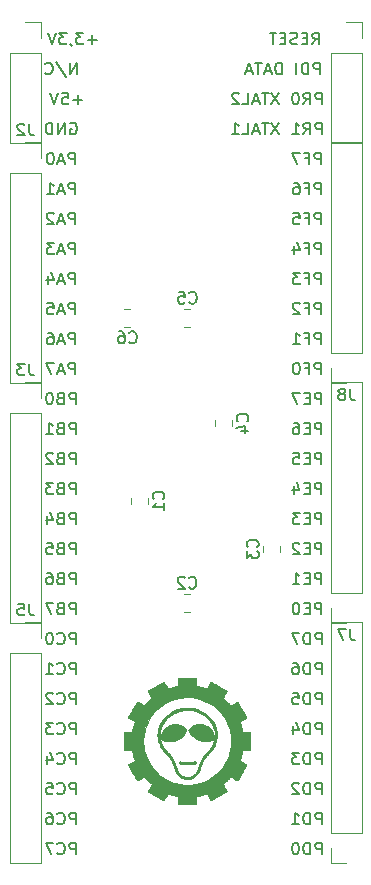
<source format=gbr>
G04 #@! TF.GenerationSoftware,KiCad,Pcbnew,5.1.7-a382d34a8~87~ubuntu20.04.1*
G04 #@! TF.CreationDate,2020-10-11T22:02:26+02:00*
G04 #@! TF.ProjectId,xmega_adapter_board,786d6567-615f-4616-9461-707465725f62,1.1.0*
G04 #@! TF.SameCoordinates,Original*
G04 #@! TF.FileFunction,Legend,Bot*
G04 #@! TF.FilePolarity,Positive*
%FSLAX46Y46*%
G04 Gerber Fmt 4.6, Leading zero omitted, Abs format (unit mm)*
G04 Created by KiCad (PCBNEW 5.1.7-a382d34a8~87~ubuntu20.04.1) date 2020-10-11 22:02:26*
%MOMM*%
%LPD*%
G01*
G04 APERTURE LIST*
%ADD10C,0.150000*%
%ADD11C,0.120000*%
%ADD12C,0.010000*%
G04 APERTURE END LIST*
D10*
X192246095Y-135580380D02*
X192246095Y-134580380D01*
X191865142Y-134580380D01*
X191769904Y-134628000D01*
X191722285Y-134675619D01*
X191674666Y-134770857D01*
X191674666Y-134913714D01*
X191722285Y-135008952D01*
X191769904Y-135056571D01*
X191865142Y-135104190D01*
X192246095Y-135104190D01*
X190674666Y-135485142D02*
X190722285Y-135532761D01*
X190865142Y-135580380D01*
X190960380Y-135580380D01*
X191103238Y-135532761D01*
X191198476Y-135437523D01*
X191246095Y-135342285D01*
X191293714Y-135151809D01*
X191293714Y-135008952D01*
X191246095Y-134818476D01*
X191198476Y-134723238D01*
X191103238Y-134628000D01*
X190960380Y-134580380D01*
X190865142Y-134580380D01*
X190722285Y-134628000D01*
X190674666Y-134675619D01*
X190341333Y-134580380D02*
X189674666Y-134580380D01*
X190103238Y-135580380D01*
X192246095Y-133040380D02*
X192246095Y-132040380D01*
X191865142Y-132040380D01*
X191769904Y-132088000D01*
X191722285Y-132135619D01*
X191674666Y-132230857D01*
X191674666Y-132373714D01*
X191722285Y-132468952D01*
X191769904Y-132516571D01*
X191865142Y-132564190D01*
X192246095Y-132564190D01*
X190674666Y-132945142D02*
X190722285Y-132992761D01*
X190865142Y-133040380D01*
X190960380Y-133040380D01*
X191103238Y-132992761D01*
X191198476Y-132897523D01*
X191246095Y-132802285D01*
X191293714Y-132611809D01*
X191293714Y-132468952D01*
X191246095Y-132278476D01*
X191198476Y-132183238D01*
X191103238Y-132088000D01*
X190960380Y-132040380D01*
X190865142Y-132040380D01*
X190722285Y-132088000D01*
X190674666Y-132135619D01*
X189817523Y-132040380D02*
X190008000Y-132040380D01*
X190103238Y-132088000D01*
X190150857Y-132135619D01*
X190246095Y-132278476D01*
X190293714Y-132468952D01*
X190293714Y-132849904D01*
X190246095Y-132945142D01*
X190198476Y-132992761D01*
X190103238Y-133040380D01*
X189912761Y-133040380D01*
X189817523Y-132992761D01*
X189769904Y-132945142D01*
X189722285Y-132849904D01*
X189722285Y-132611809D01*
X189769904Y-132516571D01*
X189817523Y-132468952D01*
X189912761Y-132421333D01*
X190103238Y-132421333D01*
X190198476Y-132468952D01*
X190246095Y-132516571D01*
X190293714Y-132611809D01*
X192246095Y-130500380D02*
X192246095Y-129500380D01*
X191865142Y-129500380D01*
X191769904Y-129548000D01*
X191722285Y-129595619D01*
X191674666Y-129690857D01*
X191674666Y-129833714D01*
X191722285Y-129928952D01*
X191769904Y-129976571D01*
X191865142Y-130024190D01*
X192246095Y-130024190D01*
X190674666Y-130405142D02*
X190722285Y-130452761D01*
X190865142Y-130500380D01*
X190960380Y-130500380D01*
X191103238Y-130452761D01*
X191198476Y-130357523D01*
X191246095Y-130262285D01*
X191293714Y-130071809D01*
X191293714Y-129928952D01*
X191246095Y-129738476D01*
X191198476Y-129643238D01*
X191103238Y-129548000D01*
X190960380Y-129500380D01*
X190865142Y-129500380D01*
X190722285Y-129548000D01*
X190674666Y-129595619D01*
X189769904Y-129500380D02*
X190246095Y-129500380D01*
X190293714Y-129976571D01*
X190246095Y-129928952D01*
X190150857Y-129881333D01*
X189912761Y-129881333D01*
X189817523Y-129928952D01*
X189769904Y-129976571D01*
X189722285Y-130071809D01*
X189722285Y-130309904D01*
X189769904Y-130405142D01*
X189817523Y-130452761D01*
X189912761Y-130500380D01*
X190150857Y-130500380D01*
X190246095Y-130452761D01*
X190293714Y-130405142D01*
X192246095Y-127960380D02*
X192246095Y-126960380D01*
X191865142Y-126960380D01*
X191769904Y-127008000D01*
X191722285Y-127055619D01*
X191674666Y-127150857D01*
X191674666Y-127293714D01*
X191722285Y-127388952D01*
X191769904Y-127436571D01*
X191865142Y-127484190D01*
X192246095Y-127484190D01*
X190674666Y-127865142D02*
X190722285Y-127912761D01*
X190865142Y-127960380D01*
X190960380Y-127960380D01*
X191103238Y-127912761D01*
X191198476Y-127817523D01*
X191246095Y-127722285D01*
X191293714Y-127531809D01*
X191293714Y-127388952D01*
X191246095Y-127198476D01*
X191198476Y-127103238D01*
X191103238Y-127008000D01*
X190960380Y-126960380D01*
X190865142Y-126960380D01*
X190722285Y-127008000D01*
X190674666Y-127055619D01*
X189817523Y-127293714D02*
X189817523Y-127960380D01*
X190055619Y-126912761D02*
X190293714Y-127627047D01*
X189674666Y-127627047D01*
X192246095Y-125420380D02*
X192246095Y-124420380D01*
X191865142Y-124420380D01*
X191769904Y-124468000D01*
X191722285Y-124515619D01*
X191674666Y-124610857D01*
X191674666Y-124753714D01*
X191722285Y-124848952D01*
X191769904Y-124896571D01*
X191865142Y-124944190D01*
X192246095Y-124944190D01*
X190674666Y-125325142D02*
X190722285Y-125372761D01*
X190865142Y-125420380D01*
X190960380Y-125420380D01*
X191103238Y-125372761D01*
X191198476Y-125277523D01*
X191246095Y-125182285D01*
X191293714Y-124991809D01*
X191293714Y-124848952D01*
X191246095Y-124658476D01*
X191198476Y-124563238D01*
X191103238Y-124468000D01*
X190960380Y-124420380D01*
X190865142Y-124420380D01*
X190722285Y-124468000D01*
X190674666Y-124515619D01*
X190341333Y-124420380D02*
X189722285Y-124420380D01*
X190055619Y-124801333D01*
X189912761Y-124801333D01*
X189817523Y-124848952D01*
X189769904Y-124896571D01*
X189722285Y-124991809D01*
X189722285Y-125229904D01*
X189769904Y-125325142D01*
X189817523Y-125372761D01*
X189912761Y-125420380D01*
X190198476Y-125420380D01*
X190293714Y-125372761D01*
X190341333Y-125325142D01*
X192246095Y-122880380D02*
X192246095Y-121880380D01*
X191865142Y-121880380D01*
X191769904Y-121928000D01*
X191722285Y-121975619D01*
X191674666Y-122070857D01*
X191674666Y-122213714D01*
X191722285Y-122308952D01*
X191769904Y-122356571D01*
X191865142Y-122404190D01*
X192246095Y-122404190D01*
X190674666Y-122785142D02*
X190722285Y-122832761D01*
X190865142Y-122880380D01*
X190960380Y-122880380D01*
X191103238Y-122832761D01*
X191198476Y-122737523D01*
X191246095Y-122642285D01*
X191293714Y-122451809D01*
X191293714Y-122308952D01*
X191246095Y-122118476D01*
X191198476Y-122023238D01*
X191103238Y-121928000D01*
X190960380Y-121880380D01*
X190865142Y-121880380D01*
X190722285Y-121928000D01*
X190674666Y-121975619D01*
X190293714Y-121975619D02*
X190246095Y-121928000D01*
X190150857Y-121880380D01*
X189912761Y-121880380D01*
X189817523Y-121928000D01*
X189769904Y-121975619D01*
X189722285Y-122070857D01*
X189722285Y-122166095D01*
X189769904Y-122308952D01*
X190341333Y-122880380D01*
X189722285Y-122880380D01*
X192246095Y-120340380D02*
X192246095Y-119340380D01*
X191865142Y-119340380D01*
X191769904Y-119388000D01*
X191722285Y-119435619D01*
X191674666Y-119530857D01*
X191674666Y-119673714D01*
X191722285Y-119768952D01*
X191769904Y-119816571D01*
X191865142Y-119864190D01*
X192246095Y-119864190D01*
X190674666Y-120245142D02*
X190722285Y-120292761D01*
X190865142Y-120340380D01*
X190960380Y-120340380D01*
X191103238Y-120292761D01*
X191198476Y-120197523D01*
X191246095Y-120102285D01*
X191293714Y-119911809D01*
X191293714Y-119768952D01*
X191246095Y-119578476D01*
X191198476Y-119483238D01*
X191103238Y-119388000D01*
X190960380Y-119340380D01*
X190865142Y-119340380D01*
X190722285Y-119388000D01*
X190674666Y-119435619D01*
X189722285Y-120340380D02*
X190293714Y-120340380D01*
X190008000Y-120340380D02*
X190008000Y-119340380D01*
X190103238Y-119483238D01*
X190198476Y-119578476D01*
X190293714Y-119626095D01*
X192246095Y-117800380D02*
X192246095Y-116800380D01*
X191865142Y-116800380D01*
X191769904Y-116848000D01*
X191722285Y-116895619D01*
X191674666Y-116990857D01*
X191674666Y-117133714D01*
X191722285Y-117228952D01*
X191769904Y-117276571D01*
X191865142Y-117324190D01*
X192246095Y-117324190D01*
X190674666Y-117705142D02*
X190722285Y-117752761D01*
X190865142Y-117800380D01*
X190960380Y-117800380D01*
X191103238Y-117752761D01*
X191198476Y-117657523D01*
X191246095Y-117562285D01*
X191293714Y-117371809D01*
X191293714Y-117228952D01*
X191246095Y-117038476D01*
X191198476Y-116943238D01*
X191103238Y-116848000D01*
X190960380Y-116800380D01*
X190865142Y-116800380D01*
X190722285Y-116848000D01*
X190674666Y-116895619D01*
X190055619Y-116800380D02*
X189960380Y-116800380D01*
X189865142Y-116848000D01*
X189817523Y-116895619D01*
X189769904Y-116990857D01*
X189722285Y-117181333D01*
X189722285Y-117419428D01*
X189769904Y-117609904D01*
X189817523Y-117705142D01*
X189865142Y-117752761D01*
X189960380Y-117800380D01*
X190055619Y-117800380D01*
X190150857Y-117752761D01*
X190198476Y-117705142D01*
X190246095Y-117609904D01*
X190293714Y-117419428D01*
X190293714Y-117181333D01*
X190246095Y-116990857D01*
X190198476Y-116895619D01*
X190150857Y-116848000D01*
X190055619Y-116800380D01*
X192246095Y-115260380D02*
X192246095Y-114260380D01*
X191865142Y-114260380D01*
X191769904Y-114308000D01*
X191722285Y-114355619D01*
X191674666Y-114450857D01*
X191674666Y-114593714D01*
X191722285Y-114688952D01*
X191769904Y-114736571D01*
X191865142Y-114784190D01*
X192246095Y-114784190D01*
X190912761Y-114736571D02*
X190769904Y-114784190D01*
X190722285Y-114831809D01*
X190674666Y-114927047D01*
X190674666Y-115069904D01*
X190722285Y-115165142D01*
X190769904Y-115212761D01*
X190865142Y-115260380D01*
X191246095Y-115260380D01*
X191246095Y-114260380D01*
X190912761Y-114260380D01*
X190817523Y-114308000D01*
X190769904Y-114355619D01*
X190722285Y-114450857D01*
X190722285Y-114546095D01*
X190769904Y-114641333D01*
X190817523Y-114688952D01*
X190912761Y-114736571D01*
X191246095Y-114736571D01*
X190341333Y-114260380D02*
X189674666Y-114260380D01*
X190103238Y-115260380D01*
X192246095Y-112720380D02*
X192246095Y-111720380D01*
X191865142Y-111720380D01*
X191769904Y-111768000D01*
X191722285Y-111815619D01*
X191674666Y-111910857D01*
X191674666Y-112053714D01*
X191722285Y-112148952D01*
X191769904Y-112196571D01*
X191865142Y-112244190D01*
X192246095Y-112244190D01*
X190912761Y-112196571D02*
X190769904Y-112244190D01*
X190722285Y-112291809D01*
X190674666Y-112387047D01*
X190674666Y-112529904D01*
X190722285Y-112625142D01*
X190769904Y-112672761D01*
X190865142Y-112720380D01*
X191246095Y-112720380D01*
X191246095Y-111720380D01*
X190912761Y-111720380D01*
X190817523Y-111768000D01*
X190769904Y-111815619D01*
X190722285Y-111910857D01*
X190722285Y-112006095D01*
X190769904Y-112101333D01*
X190817523Y-112148952D01*
X190912761Y-112196571D01*
X191246095Y-112196571D01*
X189817523Y-111720380D02*
X190008000Y-111720380D01*
X190103238Y-111768000D01*
X190150857Y-111815619D01*
X190246095Y-111958476D01*
X190293714Y-112148952D01*
X190293714Y-112529904D01*
X190246095Y-112625142D01*
X190198476Y-112672761D01*
X190103238Y-112720380D01*
X189912761Y-112720380D01*
X189817523Y-112672761D01*
X189769904Y-112625142D01*
X189722285Y-112529904D01*
X189722285Y-112291809D01*
X189769904Y-112196571D01*
X189817523Y-112148952D01*
X189912761Y-112101333D01*
X190103238Y-112101333D01*
X190198476Y-112148952D01*
X190246095Y-112196571D01*
X190293714Y-112291809D01*
X192246095Y-110180380D02*
X192246095Y-109180380D01*
X191865142Y-109180380D01*
X191769904Y-109228000D01*
X191722285Y-109275619D01*
X191674666Y-109370857D01*
X191674666Y-109513714D01*
X191722285Y-109608952D01*
X191769904Y-109656571D01*
X191865142Y-109704190D01*
X192246095Y-109704190D01*
X190912761Y-109656571D02*
X190769904Y-109704190D01*
X190722285Y-109751809D01*
X190674666Y-109847047D01*
X190674666Y-109989904D01*
X190722285Y-110085142D01*
X190769904Y-110132761D01*
X190865142Y-110180380D01*
X191246095Y-110180380D01*
X191246095Y-109180380D01*
X190912761Y-109180380D01*
X190817523Y-109228000D01*
X190769904Y-109275619D01*
X190722285Y-109370857D01*
X190722285Y-109466095D01*
X190769904Y-109561333D01*
X190817523Y-109608952D01*
X190912761Y-109656571D01*
X191246095Y-109656571D01*
X189769904Y-109180380D02*
X190246095Y-109180380D01*
X190293714Y-109656571D01*
X190246095Y-109608952D01*
X190150857Y-109561333D01*
X189912761Y-109561333D01*
X189817523Y-109608952D01*
X189769904Y-109656571D01*
X189722285Y-109751809D01*
X189722285Y-109989904D01*
X189769904Y-110085142D01*
X189817523Y-110132761D01*
X189912761Y-110180380D01*
X190150857Y-110180380D01*
X190246095Y-110132761D01*
X190293714Y-110085142D01*
X192246095Y-107640380D02*
X192246095Y-106640380D01*
X191865142Y-106640380D01*
X191769904Y-106688000D01*
X191722285Y-106735619D01*
X191674666Y-106830857D01*
X191674666Y-106973714D01*
X191722285Y-107068952D01*
X191769904Y-107116571D01*
X191865142Y-107164190D01*
X192246095Y-107164190D01*
X190912761Y-107116571D02*
X190769904Y-107164190D01*
X190722285Y-107211809D01*
X190674666Y-107307047D01*
X190674666Y-107449904D01*
X190722285Y-107545142D01*
X190769904Y-107592761D01*
X190865142Y-107640380D01*
X191246095Y-107640380D01*
X191246095Y-106640380D01*
X190912761Y-106640380D01*
X190817523Y-106688000D01*
X190769904Y-106735619D01*
X190722285Y-106830857D01*
X190722285Y-106926095D01*
X190769904Y-107021333D01*
X190817523Y-107068952D01*
X190912761Y-107116571D01*
X191246095Y-107116571D01*
X189817523Y-106973714D02*
X189817523Y-107640380D01*
X190055619Y-106592761D02*
X190293714Y-107307047D01*
X189674666Y-107307047D01*
X192246095Y-105100380D02*
X192246095Y-104100380D01*
X191865142Y-104100380D01*
X191769904Y-104148000D01*
X191722285Y-104195619D01*
X191674666Y-104290857D01*
X191674666Y-104433714D01*
X191722285Y-104528952D01*
X191769904Y-104576571D01*
X191865142Y-104624190D01*
X192246095Y-104624190D01*
X190912761Y-104576571D02*
X190769904Y-104624190D01*
X190722285Y-104671809D01*
X190674666Y-104767047D01*
X190674666Y-104909904D01*
X190722285Y-105005142D01*
X190769904Y-105052761D01*
X190865142Y-105100380D01*
X191246095Y-105100380D01*
X191246095Y-104100380D01*
X190912761Y-104100380D01*
X190817523Y-104148000D01*
X190769904Y-104195619D01*
X190722285Y-104290857D01*
X190722285Y-104386095D01*
X190769904Y-104481333D01*
X190817523Y-104528952D01*
X190912761Y-104576571D01*
X191246095Y-104576571D01*
X190341333Y-104100380D02*
X189722285Y-104100380D01*
X190055619Y-104481333D01*
X189912761Y-104481333D01*
X189817523Y-104528952D01*
X189769904Y-104576571D01*
X189722285Y-104671809D01*
X189722285Y-104909904D01*
X189769904Y-105005142D01*
X189817523Y-105052761D01*
X189912761Y-105100380D01*
X190198476Y-105100380D01*
X190293714Y-105052761D01*
X190341333Y-105005142D01*
X192246095Y-102560380D02*
X192246095Y-101560380D01*
X191865142Y-101560380D01*
X191769904Y-101608000D01*
X191722285Y-101655619D01*
X191674666Y-101750857D01*
X191674666Y-101893714D01*
X191722285Y-101988952D01*
X191769904Y-102036571D01*
X191865142Y-102084190D01*
X192246095Y-102084190D01*
X190912761Y-102036571D02*
X190769904Y-102084190D01*
X190722285Y-102131809D01*
X190674666Y-102227047D01*
X190674666Y-102369904D01*
X190722285Y-102465142D01*
X190769904Y-102512761D01*
X190865142Y-102560380D01*
X191246095Y-102560380D01*
X191246095Y-101560380D01*
X190912761Y-101560380D01*
X190817523Y-101608000D01*
X190769904Y-101655619D01*
X190722285Y-101750857D01*
X190722285Y-101846095D01*
X190769904Y-101941333D01*
X190817523Y-101988952D01*
X190912761Y-102036571D01*
X191246095Y-102036571D01*
X190293714Y-101655619D02*
X190246095Y-101608000D01*
X190150857Y-101560380D01*
X189912761Y-101560380D01*
X189817523Y-101608000D01*
X189769904Y-101655619D01*
X189722285Y-101750857D01*
X189722285Y-101846095D01*
X189769904Y-101988952D01*
X190341333Y-102560380D01*
X189722285Y-102560380D01*
X192246095Y-100020380D02*
X192246095Y-99020380D01*
X191865142Y-99020380D01*
X191769904Y-99068000D01*
X191722285Y-99115619D01*
X191674666Y-99210857D01*
X191674666Y-99353714D01*
X191722285Y-99448952D01*
X191769904Y-99496571D01*
X191865142Y-99544190D01*
X192246095Y-99544190D01*
X190912761Y-99496571D02*
X190769904Y-99544190D01*
X190722285Y-99591809D01*
X190674666Y-99687047D01*
X190674666Y-99829904D01*
X190722285Y-99925142D01*
X190769904Y-99972761D01*
X190865142Y-100020380D01*
X191246095Y-100020380D01*
X191246095Y-99020380D01*
X190912761Y-99020380D01*
X190817523Y-99068000D01*
X190769904Y-99115619D01*
X190722285Y-99210857D01*
X190722285Y-99306095D01*
X190769904Y-99401333D01*
X190817523Y-99448952D01*
X190912761Y-99496571D01*
X191246095Y-99496571D01*
X189722285Y-100020380D02*
X190293714Y-100020380D01*
X190008000Y-100020380D02*
X190008000Y-99020380D01*
X190103238Y-99163238D01*
X190198476Y-99258476D01*
X190293714Y-99306095D01*
X192246095Y-97480380D02*
X192246095Y-96480380D01*
X191865142Y-96480380D01*
X191769904Y-96528000D01*
X191722285Y-96575619D01*
X191674666Y-96670857D01*
X191674666Y-96813714D01*
X191722285Y-96908952D01*
X191769904Y-96956571D01*
X191865142Y-97004190D01*
X192246095Y-97004190D01*
X190912761Y-96956571D02*
X190769904Y-97004190D01*
X190722285Y-97051809D01*
X190674666Y-97147047D01*
X190674666Y-97289904D01*
X190722285Y-97385142D01*
X190769904Y-97432761D01*
X190865142Y-97480380D01*
X191246095Y-97480380D01*
X191246095Y-96480380D01*
X190912761Y-96480380D01*
X190817523Y-96528000D01*
X190769904Y-96575619D01*
X190722285Y-96670857D01*
X190722285Y-96766095D01*
X190769904Y-96861333D01*
X190817523Y-96908952D01*
X190912761Y-96956571D01*
X191246095Y-96956571D01*
X190055619Y-96480380D02*
X189960380Y-96480380D01*
X189865142Y-96528000D01*
X189817523Y-96575619D01*
X189769904Y-96670857D01*
X189722285Y-96861333D01*
X189722285Y-97099428D01*
X189769904Y-97289904D01*
X189817523Y-97385142D01*
X189865142Y-97432761D01*
X189960380Y-97480380D01*
X190055619Y-97480380D01*
X190150857Y-97432761D01*
X190198476Y-97385142D01*
X190246095Y-97289904D01*
X190293714Y-97099428D01*
X190293714Y-96861333D01*
X190246095Y-96670857D01*
X190198476Y-96575619D01*
X190150857Y-96528000D01*
X190055619Y-96480380D01*
X192174666Y-94940380D02*
X192174666Y-93940380D01*
X191793714Y-93940380D01*
X191698476Y-93988000D01*
X191650857Y-94035619D01*
X191603238Y-94130857D01*
X191603238Y-94273714D01*
X191650857Y-94368952D01*
X191698476Y-94416571D01*
X191793714Y-94464190D01*
X192174666Y-94464190D01*
X191222285Y-94654666D02*
X190746095Y-94654666D01*
X191317523Y-94940380D02*
X190984190Y-93940380D01*
X190650857Y-94940380D01*
X190412761Y-93940380D02*
X189746095Y-93940380D01*
X190174666Y-94940380D01*
X192174666Y-92400380D02*
X192174666Y-91400380D01*
X191793714Y-91400380D01*
X191698476Y-91448000D01*
X191650857Y-91495619D01*
X191603238Y-91590857D01*
X191603238Y-91733714D01*
X191650857Y-91828952D01*
X191698476Y-91876571D01*
X191793714Y-91924190D01*
X192174666Y-91924190D01*
X191222285Y-92114666D02*
X190746095Y-92114666D01*
X191317523Y-92400380D02*
X190984190Y-91400380D01*
X190650857Y-92400380D01*
X189888952Y-91400380D02*
X190079428Y-91400380D01*
X190174666Y-91448000D01*
X190222285Y-91495619D01*
X190317523Y-91638476D01*
X190365142Y-91828952D01*
X190365142Y-92209904D01*
X190317523Y-92305142D01*
X190269904Y-92352761D01*
X190174666Y-92400380D01*
X189984190Y-92400380D01*
X189888952Y-92352761D01*
X189841333Y-92305142D01*
X189793714Y-92209904D01*
X189793714Y-91971809D01*
X189841333Y-91876571D01*
X189888952Y-91828952D01*
X189984190Y-91781333D01*
X190174666Y-91781333D01*
X190269904Y-91828952D01*
X190317523Y-91876571D01*
X190365142Y-91971809D01*
X192174666Y-89860380D02*
X192174666Y-88860380D01*
X191793714Y-88860380D01*
X191698476Y-88908000D01*
X191650857Y-88955619D01*
X191603238Y-89050857D01*
X191603238Y-89193714D01*
X191650857Y-89288952D01*
X191698476Y-89336571D01*
X191793714Y-89384190D01*
X192174666Y-89384190D01*
X191222285Y-89574666D02*
X190746095Y-89574666D01*
X191317523Y-89860380D02*
X190984190Y-88860380D01*
X190650857Y-89860380D01*
X189841333Y-88860380D02*
X190317523Y-88860380D01*
X190365142Y-89336571D01*
X190317523Y-89288952D01*
X190222285Y-89241333D01*
X189984190Y-89241333D01*
X189888952Y-89288952D01*
X189841333Y-89336571D01*
X189793714Y-89431809D01*
X189793714Y-89669904D01*
X189841333Y-89765142D01*
X189888952Y-89812761D01*
X189984190Y-89860380D01*
X190222285Y-89860380D01*
X190317523Y-89812761D01*
X190365142Y-89765142D01*
X192174666Y-87320380D02*
X192174666Y-86320380D01*
X191793714Y-86320380D01*
X191698476Y-86368000D01*
X191650857Y-86415619D01*
X191603238Y-86510857D01*
X191603238Y-86653714D01*
X191650857Y-86748952D01*
X191698476Y-86796571D01*
X191793714Y-86844190D01*
X192174666Y-86844190D01*
X191222285Y-87034666D02*
X190746095Y-87034666D01*
X191317523Y-87320380D02*
X190984190Y-86320380D01*
X190650857Y-87320380D01*
X189888952Y-86653714D02*
X189888952Y-87320380D01*
X190127047Y-86272761D02*
X190365142Y-86987047D01*
X189746095Y-86987047D01*
X192174666Y-84780380D02*
X192174666Y-83780380D01*
X191793714Y-83780380D01*
X191698476Y-83828000D01*
X191650857Y-83875619D01*
X191603238Y-83970857D01*
X191603238Y-84113714D01*
X191650857Y-84208952D01*
X191698476Y-84256571D01*
X191793714Y-84304190D01*
X192174666Y-84304190D01*
X191222285Y-84494666D02*
X190746095Y-84494666D01*
X191317523Y-84780380D02*
X190984190Y-83780380D01*
X190650857Y-84780380D01*
X190412761Y-83780380D02*
X189793714Y-83780380D01*
X190127047Y-84161333D01*
X189984190Y-84161333D01*
X189888952Y-84208952D01*
X189841333Y-84256571D01*
X189793714Y-84351809D01*
X189793714Y-84589904D01*
X189841333Y-84685142D01*
X189888952Y-84732761D01*
X189984190Y-84780380D01*
X190269904Y-84780380D01*
X190365142Y-84732761D01*
X190412761Y-84685142D01*
X192174666Y-82240380D02*
X192174666Y-81240380D01*
X191793714Y-81240380D01*
X191698476Y-81288000D01*
X191650857Y-81335619D01*
X191603238Y-81430857D01*
X191603238Y-81573714D01*
X191650857Y-81668952D01*
X191698476Y-81716571D01*
X191793714Y-81764190D01*
X192174666Y-81764190D01*
X191222285Y-81954666D02*
X190746095Y-81954666D01*
X191317523Y-82240380D02*
X190984190Y-81240380D01*
X190650857Y-82240380D01*
X190365142Y-81335619D02*
X190317523Y-81288000D01*
X190222285Y-81240380D01*
X189984190Y-81240380D01*
X189888952Y-81288000D01*
X189841333Y-81335619D01*
X189793714Y-81430857D01*
X189793714Y-81526095D01*
X189841333Y-81668952D01*
X190412761Y-82240380D01*
X189793714Y-82240380D01*
X192174666Y-79700380D02*
X192174666Y-78700380D01*
X191793714Y-78700380D01*
X191698476Y-78748000D01*
X191650857Y-78795619D01*
X191603238Y-78890857D01*
X191603238Y-79033714D01*
X191650857Y-79128952D01*
X191698476Y-79176571D01*
X191793714Y-79224190D01*
X192174666Y-79224190D01*
X191222285Y-79414666D02*
X190746095Y-79414666D01*
X191317523Y-79700380D02*
X190984190Y-78700380D01*
X190650857Y-79700380D01*
X189793714Y-79700380D02*
X190365142Y-79700380D01*
X190079428Y-79700380D02*
X190079428Y-78700380D01*
X190174666Y-78843238D01*
X190269904Y-78938476D01*
X190365142Y-78986095D01*
X192174666Y-77160380D02*
X192174666Y-76160380D01*
X191793714Y-76160380D01*
X191698476Y-76208000D01*
X191650857Y-76255619D01*
X191603238Y-76350857D01*
X191603238Y-76493714D01*
X191650857Y-76588952D01*
X191698476Y-76636571D01*
X191793714Y-76684190D01*
X192174666Y-76684190D01*
X191222285Y-76874666D02*
X190746095Y-76874666D01*
X191317523Y-77160380D02*
X190984190Y-76160380D01*
X190650857Y-77160380D01*
X190127047Y-76160380D02*
X190031809Y-76160380D01*
X189936571Y-76208000D01*
X189888952Y-76255619D01*
X189841333Y-76350857D01*
X189793714Y-76541333D01*
X189793714Y-76779428D01*
X189841333Y-76969904D01*
X189888952Y-77065142D01*
X189936571Y-77112761D01*
X190031809Y-77160380D01*
X190127047Y-77160380D01*
X190222285Y-77112761D01*
X190269904Y-77065142D01*
X190317523Y-76969904D01*
X190365142Y-76779428D01*
X190365142Y-76541333D01*
X190317523Y-76350857D01*
X190269904Y-76255619D01*
X190222285Y-76208000D01*
X190127047Y-76160380D01*
X191769904Y-73668000D02*
X191865142Y-73620380D01*
X192008000Y-73620380D01*
X192150857Y-73668000D01*
X192246095Y-73763238D01*
X192293714Y-73858476D01*
X192341333Y-74048952D01*
X192341333Y-74191809D01*
X192293714Y-74382285D01*
X192246095Y-74477523D01*
X192150857Y-74572761D01*
X192008000Y-74620380D01*
X191912761Y-74620380D01*
X191769904Y-74572761D01*
X191722285Y-74525142D01*
X191722285Y-74191809D01*
X191912761Y-74191809D01*
X191293714Y-74620380D02*
X191293714Y-73620380D01*
X190722285Y-74620380D01*
X190722285Y-73620380D01*
X190246095Y-74620380D02*
X190246095Y-73620380D01*
X190008000Y-73620380D01*
X189865142Y-73668000D01*
X189769904Y-73763238D01*
X189722285Y-73858476D01*
X189674666Y-74048952D01*
X189674666Y-74191809D01*
X189722285Y-74382285D01*
X189769904Y-74477523D01*
X189865142Y-74572761D01*
X190008000Y-74620380D01*
X190246095Y-74620380D01*
X192801714Y-71699428D02*
X192039809Y-71699428D01*
X192420761Y-72080380D02*
X192420761Y-71318476D01*
X191087428Y-71080380D02*
X191563619Y-71080380D01*
X191611238Y-71556571D01*
X191563619Y-71508952D01*
X191468380Y-71461333D01*
X191230285Y-71461333D01*
X191135047Y-71508952D01*
X191087428Y-71556571D01*
X191039809Y-71651809D01*
X191039809Y-71889904D01*
X191087428Y-71985142D01*
X191135047Y-72032761D01*
X191230285Y-72080380D01*
X191468380Y-72080380D01*
X191563619Y-72032761D01*
X191611238Y-71985142D01*
X190754095Y-71080380D02*
X190420761Y-72080380D01*
X190087428Y-71080380D01*
X192317523Y-69540380D02*
X192317523Y-68540380D01*
X191746095Y-69540380D01*
X191746095Y-68540380D01*
X190555619Y-68492761D02*
X191412761Y-69778476D01*
X189650857Y-69445142D02*
X189698476Y-69492761D01*
X189841333Y-69540380D01*
X189936571Y-69540380D01*
X190079428Y-69492761D01*
X190174666Y-69397523D01*
X190222285Y-69302285D01*
X190269904Y-69111809D01*
X190269904Y-68968952D01*
X190222285Y-68778476D01*
X190174666Y-68683238D01*
X190079428Y-68588000D01*
X189936571Y-68540380D01*
X189841333Y-68540380D01*
X189698476Y-68588000D01*
X189650857Y-68635619D01*
X194024000Y-66619428D02*
X193262095Y-66619428D01*
X193643047Y-67000380D02*
X193643047Y-66238476D01*
X192881142Y-66000380D02*
X192262095Y-66000380D01*
X192595428Y-66381333D01*
X192452571Y-66381333D01*
X192357333Y-66428952D01*
X192309714Y-66476571D01*
X192262095Y-66571809D01*
X192262095Y-66809904D01*
X192309714Y-66905142D01*
X192357333Y-66952761D01*
X192452571Y-67000380D01*
X192738285Y-67000380D01*
X192833523Y-66952761D01*
X192881142Y-66905142D01*
X191785904Y-66952761D02*
X191785904Y-67000380D01*
X191833523Y-67095619D01*
X191881142Y-67143238D01*
X191452571Y-66000380D02*
X190833523Y-66000380D01*
X191166857Y-66381333D01*
X191024000Y-66381333D01*
X190928761Y-66428952D01*
X190881142Y-66476571D01*
X190833523Y-66571809D01*
X190833523Y-66809904D01*
X190881142Y-66905142D01*
X190928761Y-66952761D01*
X191024000Y-67000380D01*
X191309714Y-67000380D01*
X191404952Y-66952761D01*
X191452571Y-66905142D01*
X190547809Y-66000380D02*
X190214476Y-67000380D01*
X189881142Y-66000380D01*
X213074095Y-135580380D02*
X213074095Y-134580380D01*
X212693142Y-134580380D01*
X212597904Y-134628000D01*
X212550285Y-134675619D01*
X212502666Y-134770857D01*
X212502666Y-134913714D01*
X212550285Y-135008952D01*
X212597904Y-135056571D01*
X212693142Y-135104190D01*
X213074095Y-135104190D01*
X212074095Y-135580380D02*
X212074095Y-134580380D01*
X211836000Y-134580380D01*
X211693142Y-134628000D01*
X211597904Y-134723238D01*
X211550285Y-134818476D01*
X211502666Y-135008952D01*
X211502666Y-135151809D01*
X211550285Y-135342285D01*
X211597904Y-135437523D01*
X211693142Y-135532761D01*
X211836000Y-135580380D01*
X212074095Y-135580380D01*
X210883619Y-134580380D02*
X210788380Y-134580380D01*
X210693142Y-134628000D01*
X210645523Y-134675619D01*
X210597904Y-134770857D01*
X210550285Y-134961333D01*
X210550285Y-135199428D01*
X210597904Y-135389904D01*
X210645523Y-135485142D01*
X210693142Y-135532761D01*
X210788380Y-135580380D01*
X210883619Y-135580380D01*
X210978857Y-135532761D01*
X211026476Y-135485142D01*
X211074095Y-135389904D01*
X211121714Y-135199428D01*
X211121714Y-134961333D01*
X211074095Y-134770857D01*
X211026476Y-134675619D01*
X210978857Y-134628000D01*
X210883619Y-134580380D01*
X213074095Y-133040380D02*
X213074095Y-132040380D01*
X212693142Y-132040380D01*
X212597904Y-132088000D01*
X212550285Y-132135619D01*
X212502666Y-132230857D01*
X212502666Y-132373714D01*
X212550285Y-132468952D01*
X212597904Y-132516571D01*
X212693142Y-132564190D01*
X213074095Y-132564190D01*
X212074095Y-133040380D02*
X212074095Y-132040380D01*
X211836000Y-132040380D01*
X211693142Y-132088000D01*
X211597904Y-132183238D01*
X211550285Y-132278476D01*
X211502666Y-132468952D01*
X211502666Y-132611809D01*
X211550285Y-132802285D01*
X211597904Y-132897523D01*
X211693142Y-132992761D01*
X211836000Y-133040380D01*
X212074095Y-133040380D01*
X210550285Y-133040380D02*
X211121714Y-133040380D01*
X210836000Y-133040380D02*
X210836000Y-132040380D01*
X210931238Y-132183238D01*
X211026476Y-132278476D01*
X211121714Y-132326095D01*
X213074095Y-130500380D02*
X213074095Y-129500380D01*
X212693142Y-129500380D01*
X212597904Y-129548000D01*
X212550285Y-129595619D01*
X212502666Y-129690857D01*
X212502666Y-129833714D01*
X212550285Y-129928952D01*
X212597904Y-129976571D01*
X212693142Y-130024190D01*
X213074095Y-130024190D01*
X212074095Y-130500380D02*
X212074095Y-129500380D01*
X211836000Y-129500380D01*
X211693142Y-129548000D01*
X211597904Y-129643238D01*
X211550285Y-129738476D01*
X211502666Y-129928952D01*
X211502666Y-130071809D01*
X211550285Y-130262285D01*
X211597904Y-130357523D01*
X211693142Y-130452761D01*
X211836000Y-130500380D01*
X212074095Y-130500380D01*
X211121714Y-129595619D02*
X211074095Y-129548000D01*
X210978857Y-129500380D01*
X210740761Y-129500380D01*
X210645523Y-129548000D01*
X210597904Y-129595619D01*
X210550285Y-129690857D01*
X210550285Y-129786095D01*
X210597904Y-129928952D01*
X211169333Y-130500380D01*
X210550285Y-130500380D01*
X213074095Y-127960380D02*
X213074095Y-126960380D01*
X212693142Y-126960380D01*
X212597904Y-127008000D01*
X212550285Y-127055619D01*
X212502666Y-127150857D01*
X212502666Y-127293714D01*
X212550285Y-127388952D01*
X212597904Y-127436571D01*
X212693142Y-127484190D01*
X213074095Y-127484190D01*
X212074095Y-127960380D02*
X212074095Y-126960380D01*
X211836000Y-126960380D01*
X211693142Y-127008000D01*
X211597904Y-127103238D01*
X211550285Y-127198476D01*
X211502666Y-127388952D01*
X211502666Y-127531809D01*
X211550285Y-127722285D01*
X211597904Y-127817523D01*
X211693142Y-127912761D01*
X211836000Y-127960380D01*
X212074095Y-127960380D01*
X211169333Y-126960380D02*
X210550285Y-126960380D01*
X210883619Y-127341333D01*
X210740761Y-127341333D01*
X210645523Y-127388952D01*
X210597904Y-127436571D01*
X210550285Y-127531809D01*
X210550285Y-127769904D01*
X210597904Y-127865142D01*
X210645523Y-127912761D01*
X210740761Y-127960380D01*
X211026476Y-127960380D01*
X211121714Y-127912761D01*
X211169333Y-127865142D01*
X213074095Y-125420380D02*
X213074095Y-124420380D01*
X212693142Y-124420380D01*
X212597904Y-124468000D01*
X212550285Y-124515619D01*
X212502666Y-124610857D01*
X212502666Y-124753714D01*
X212550285Y-124848952D01*
X212597904Y-124896571D01*
X212693142Y-124944190D01*
X213074095Y-124944190D01*
X212074095Y-125420380D02*
X212074095Y-124420380D01*
X211836000Y-124420380D01*
X211693142Y-124468000D01*
X211597904Y-124563238D01*
X211550285Y-124658476D01*
X211502666Y-124848952D01*
X211502666Y-124991809D01*
X211550285Y-125182285D01*
X211597904Y-125277523D01*
X211693142Y-125372761D01*
X211836000Y-125420380D01*
X212074095Y-125420380D01*
X210645523Y-124753714D02*
X210645523Y-125420380D01*
X210883619Y-124372761D02*
X211121714Y-125087047D01*
X210502666Y-125087047D01*
X213074095Y-122880380D02*
X213074095Y-121880380D01*
X212693142Y-121880380D01*
X212597904Y-121928000D01*
X212550285Y-121975619D01*
X212502666Y-122070857D01*
X212502666Y-122213714D01*
X212550285Y-122308952D01*
X212597904Y-122356571D01*
X212693142Y-122404190D01*
X213074095Y-122404190D01*
X212074095Y-122880380D02*
X212074095Y-121880380D01*
X211836000Y-121880380D01*
X211693142Y-121928000D01*
X211597904Y-122023238D01*
X211550285Y-122118476D01*
X211502666Y-122308952D01*
X211502666Y-122451809D01*
X211550285Y-122642285D01*
X211597904Y-122737523D01*
X211693142Y-122832761D01*
X211836000Y-122880380D01*
X212074095Y-122880380D01*
X210597904Y-121880380D02*
X211074095Y-121880380D01*
X211121714Y-122356571D01*
X211074095Y-122308952D01*
X210978857Y-122261333D01*
X210740761Y-122261333D01*
X210645523Y-122308952D01*
X210597904Y-122356571D01*
X210550285Y-122451809D01*
X210550285Y-122689904D01*
X210597904Y-122785142D01*
X210645523Y-122832761D01*
X210740761Y-122880380D01*
X210978857Y-122880380D01*
X211074095Y-122832761D01*
X211121714Y-122785142D01*
X213074095Y-120340380D02*
X213074095Y-119340380D01*
X212693142Y-119340380D01*
X212597904Y-119388000D01*
X212550285Y-119435619D01*
X212502666Y-119530857D01*
X212502666Y-119673714D01*
X212550285Y-119768952D01*
X212597904Y-119816571D01*
X212693142Y-119864190D01*
X213074095Y-119864190D01*
X212074095Y-120340380D02*
X212074095Y-119340380D01*
X211836000Y-119340380D01*
X211693142Y-119388000D01*
X211597904Y-119483238D01*
X211550285Y-119578476D01*
X211502666Y-119768952D01*
X211502666Y-119911809D01*
X211550285Y-120102285D01*
X211597904Y-120197523D01*
X211693142Y-120292761D01*
X211836000Y-120340380D01*
X212074095Y-120340380D01*
X210645523Y-119340380D02*
X210836000Y-119340380D01*
X210931238Y-119388000D01*
X210978857Y-119435619D01*
X211074095Y-119578476D01*
X211121714Y-119768952D01*
X211121714Y-120149904D01*
X211074095Y-120245142D01*
X211026476Y-120292761D01*
X210931238Y-120340380D01*
X210740761Y-120340380D01*
X210645523Y-120292761D01*
X210597904Y-120245142D01*
X210550285Y-120149904D01*
X210550285Y-119911809D01*
X210597904Y-119816571D01*
X210645523Y-119768952D01*
X210740761Y-119721333D01*
X210931238Y-119721333D01*
X211026476Y-119768952D01*
X211074095Y-119816571D01*
X211121714Y-119911809D01*
X213074095Y-117800380D02*
X213074095Y-116800380D01*
X212693142Y-116800380D01*
X212597904Y-116848000D01*
X212550285Y-116895619D01*
X212502666Y-116990857D01*
X212502666Y-117133714D01*
X212550285Y-117228952D01*
X212597904Y-117276571D01*
X212693142Y-117324190D01*
X213074095Y-117324190D01*
X212074095Y-117800380D02*
X212074095Y-116800380D01*
X211836000Y-116800380D01*
X211693142Y-116848000D01*
X211597904Y-116943238D01*
X211550285Y-117038476D01*
X211502666Y-117228952D01*
X211502666Y-117371809D01*
X211550285Y-117562285D01*
X211597904Y-117657523D01*
X211693142Y-117752761D01*
X211836000Y-117800380D01*
X212074095Y-117800380D01*
X211169333Y-116800380D02*
X210502666Y-116800380D01*
X210931238Y-117800380D01*
X213026476Y-115260380D02*
X213026476Y-114260380D01*
X212645523Y-114260380D01*
X212550285Y-114308000D01*
X212502666Y-114355619D01*
X212455047Y-114450857D01*
X212455047Y-114593714D01*
X212502666Y-114688952D01*
X212550285Y-114736571D01*
X212645523Y-114784190D01*
X213026476Y-114784190D01*
X212026476Y-114736571D02*
X211693142Y-114736571D01*
X211550285Y-115260380D02*
X212026476Y-115260380D01*
X212026476Y-114260380D01*
X211550285Y-114260380D01*
X210931238Y-114260380D02*
X210836000Y-114260380D01*
X210740761Y-114308000D01*
X210693142Y-114355619D01*
X210645523Y-114450857D01*
X210597904Y-114641333D01*
X210597904Y-114879428D01*
X210645523Y-115069904D01*
X210693142Y-115165142D01*
X210740761Y-115212761D01*
X210836000Y-115260380D01*
X210931238Y-115260380D01*
X211026476Y-115212761D01*
X211074095Y-115165142D01*
X211121714Y-115069904D01*
X211169333Y-114879428D01*
X211169333Y-114641333D01*
X211121714Y-114450857D01*
X211074095Y-114355619D01*
X211026476Y-114308000D01*
X210931238Y-114260380D01*
X213026476Y-107640380D02*
X213026476Y-106640380D01*
X212645523Y-106640380D01*
X212550285Y-106688000D01*
X212502666Y-106735619D01*
X212455047Y-106830857D01*
X212455047Y-106973714D01*
X212502666Y-107068952D01*
X212550285Y-107116571D01*
X212645523Y-107164190D01*
X213026476Y-107164190D01*
X212026476Y-107116571D02*
X211693142Y-107116571D01*
X211550285Y-107640380D02*
X212026476Y-107640380D01*
X212026476Y-106640380D01*
X211550285Y-106640380D01*
X211216952Y-106640380D02*
X210597904Y-106640380D01*
X210931238Y-107021333D01*
X210788380Y-107021333D01*
X210693142Y-107068952D01*
X210645523Y-107116571D01*
X210597904Y-107211809D01*
X210597904Y-107449904D01*
X210645523Y-107545142D01*
X210693142Y-107592761D01*
X210788380Y-107640380D01*
X211074095Y-107640380D01*
X211169333Y-107592761D01*
X211216952Y-107545142D01*
X213026476Y-110180380D02*
X213026476Y-109180380D01*
X212645523Y-109180380D01*
X212550285Y-109228000D01*
X212502666Y-109275619D01*
X212455047Y-109370857D01*
X212455047Y-109513714D01*
X212502666Y-109608952D01*
X212550285Y-109656571D01*
X212645523Y-109704190D01*
X213026476Y-109704190D01*
X212026476Y-109656571D02*
X211693142Y-109656571D01*
X211550285Y-110180380D02*
X212026476Y-110180380D01*
X212026476Y-109180380D01*
X211550285Y-109180380D01*
X211169333Y-109275619D02*
X211121714Y-109228000D01*
X211026476Y-109180380D01*
X210788380Y-109180380D01*
X210693142Y-109228000D01*
X210645523Y-109275619D01*
X210597904Y-109370857D01*
X210597904Y-109466095D01*
X210645523Y-109608952D01*
X211216952Y-110180380D01*
X210597904Y-110180380D01*
X213026476Y-112720380D02*
X213026476Y-111720380D01*
X212645523Y-111720380D01*
X212550285Y-111768000D01*
X212502666Y-111815619D01*
X212455047Y-111910857D01*
X212455047Y-112053714D01*
X212502666Y-112148952D01*
X212550285Y-112196571D01*
X212645523Y-112244190D01*
X213026476Y-112244190D01*
X212026476Y-112196571D02*
X211693142Y-112196571D01*
X211550285Y-112720380D02*
X212026476Y-112720380D01*
X212026476Y-111720380D01*
X211550285Y-111720380D01*
X210597904Y-112720380D02*
X211169333Y-112720380D01*
X210883619Y-112720380D02*
X210883619Y-111720380D01*
X210978857Y-111863238D01*
X211074095Y-111958476D01*
X211169333Y-112006095D01*
X213026476Y-105100380D02*
X213026476Y-104100380D01*
X212645523Y-104100380D01*
X212550285Y-104148000D01*
X212502666Y-104195619D01*
X212455047Y-104290857D01*
X212455047Y-104433714D01*
X212502666Y-104528952D01*
X212550285Y-104576571D01*
X212645523Y-104624190D01*
X213026476Y-104624190D01*
X212026476Y-104576571D02*
X211693142Y-104576571D01*
X211550285Y-105100380D02*
X212026476Y-105100380D01*
X212026476Y-104100380D01*
X211550285Y-104100380D01*
X210693142Y-104433714D02*
X210693142Y-105100380D01*
X210931238Y-104052761D02*
X211169333Y-104767047D01*
X210550285Y-104767047D01*
X213026476Y-102560380D02*
X213026476Y-101560380D01*
X212645523Y-101560380D01*
X212550285Y-101608000D01*
X212502666Y-101655619D01*
X212455047Y-101750857D01*
X212455047Y-101893714D01*
X212502666Y-101988952D01*
X212550285Y-102036571D01*
X212645523Y-102084190D01*
X213026476Y-102084190D01*
X212026476Y-102036571D02*
X211693142Y-102036571D01*
X211550285Y-102560380D02*
X212026476Y-102560380D01*
X212026476Y-101560380D01*
X211550285Y-101560380D01*
X210645523Y-101560380D02*
X211121714Y-101560380D01*
X211169333Y-102036571D01*
X211121714Y-101988952D01*
X211026476Y-101941333D01*
X210788380Y-101941333D01*
X210693142Y-101988952D01*
X210645523Y-102036571D01*
X210597904Y-102131809D01*
X210597904Y-102369904D01*
X210645523Y-102465142D01*
X210693142Y-102512761D01*
X210788380Y-102560380D01*
X211026476Y-102560380D01*
X211121714Y-102512761D01*
X211169333Y-102465142D01*
X213026476Y-100020380D02*
X213026476Y-99020380D01*
X212645523Y-99020380D01*
X212550285Y-99068000D01*
X212502666Y-99115619D01*
X212455047Y-99210857D01*
X212455047Y-99353714D01*
X212502666Y-99448952D01*
X212550285Y-99496571D01*
X212645523Y-99544190D01*
X213026476Y-99544190D01*
X212026476Y-99496571D02*
X211693142Y-99496571D01*
X211550285Y-100020380D02*
X212026476Y-100020380D01*
X212026476Y-99020380D01*
X211550285Y-99020380D01*
X210693142Y-99020380D02*
X210883619Y-99020380D01*
X210978857Y-99068000D01*
X211026476Y-99115619D01*
X211121714Y-99258476D01*
X211169333Y-99448952D01*
X211169333Y-99829904D01*
X211121714Y-99925142D01*
X211074095Y-99972761D01*
X210978857Y-100020380D01*
X210788380Y-100020380D01*
X210693142Y-99972761D01*
X210645523Y-99925142D01*
X210597904Y-99829904D01*
X210597904Y-99591809D01*
X210645523Y-99496571D01*
X210693142Y-99448952D01*
X210788380Y-99401333D01*
X210978857Y-99401333D01*
X211074095Y-99448952D01*
X211121714Y-99496571D01*
X211169333Y-99591809D01*
X213026476Y-97480380D02*
X213026476Y-96480380D01*
X212645523Y-96480380D01*
X212550285Y-96528000D01*
X212502666Y-96575619D01*
X212455047Y-96670857D01*
X212455047Y-96813714D01*
X212502666Y-96908952D01*
X212550285Y-96956571D01*
X212645523Y-97004190D01*
X213026476Y-97004190D01*
X212026476Y-96956571D02*
X211693142Y-96956571D01*
X211550285Y-97480380D02*
X212026476Y-97480380D01*
X212026476Y-96480380D01*
X211550285Y-96480380D01*
X211216952Y-96480380D02*
X210550285Y-96480380D01*
X210978857Y-97480380D01*
X213002666Y-94940380D02*
X213002666Y-93940380D01*
X212621714Y-93940380D01*
X212526476Y-93988000D01*
X212478857Y-94035619D01*
X212431238Y-94130857D01*
X212431238Y-94273714D01*
X212478857Y-94368952D01*
X212526476Y-94416571D01*
X212621714Y-94464190D01*
X213002666Y-94464190D01*
X211669333Y-94416571D02*
X212002666Y-94416571D01*
X212002666Y-94940380D02*
X212002666Y-93940380D01*
X211526476Y-93940380D01*
X210955047Y-93940380D02*
X210859809Y-93940380D01*
X210764571Y-93988000D01*
X210716952Y-94035619D01*
X210669333Y-94130857D01*
X210621714Y-94321333D01*
X210621714Y-94559428D01*
X210669333Y-94749904D01*
X210716952Y-94845142D01*
X210764571Y-94892761D01*
X210859809Y-94940380D01*
X210955047Y-94940380D01*
X211050285Y-94892761D01*
X211097904Y-94845142D01*
X211145523Y-94749904D01*
X211193142Y-94559428D01*
X211193142Y-94321333D01*
X211145523Y-94130857D01*
X211097904Y-94035619D01*
X211050285Y-93988000D01*
X210955047Y-93940380D01*
X213002666Y-92400380D02*
X213002666Y-91400380D01*
X212621714Y-91400380D01*
X212526476Y-91448000D01*
X212478857Y-91495619D01*
X212431238Y-91590857D01*
X212431238Y-91733714D01*
X212478857Y-91828952D01*
X212526476Y-91876571D01*
X212621714Y-91924190D01*
X213002666Y-91924190D01*
X211669333Y-91876571D02*
X212002666Y-91876571D01*
X212002666Y-92400380D02*
X212002666Y-91400380D01*
X211526476Y-91400380D01*
X210621714Y-92400380D02*
X211193142Y-92400380D01*
X210907428Y-92400380D02*
X210907428Y-91400380D01*
X211002666Y-91543238D01*
X211097904Y-91638476D01*
X211193142Y-91686095D01*
X213002666Y-89860380D02*
X213002666Y-88860380D01*
X212621714Y-88860380D01*
X212526476Y-88908000D01*
X212478857Y-88955619D01*
X212431238Y-89050857D01*
X212431238Y-89193714D01*
X212478857Y-89288952D01*
X212526476Y-89336571D01*
X212621714Y-89384190D01*
X213002666Y-89384190D01*
X211669333Y-89336571D02*
X212002666Y-89336571D01*
X212002666Y-89860380D02*
X212002666Y-88860380D01*
X211526476Y-88860380D01*
X211193142Y-88955619D02*
X211145523Y-88908000D01*
X211050285Y-88860380D01*
X210812190Y-88860380D01*
X210716952Y-88908000D01*
X210669333Y-88955619D01*
X210621714Y-89050857D01*
X210621714Y-89146095D01*
X210669333Y-89288952D01*
X211240761Y-89860380D01*
X210621714Y-89860380D01*
X213002666Y-87320380D02*
X213002666Y-86320380D01*
X212621714Y-86320380D01*
X212526476Y-86368000D01*
X212478857Y-86415619D01*
X212431238Y-86510857D01*
X212431238Y-86653714D01*
X212478857Y-86748952D01*
X212526476Y-86796571D01*
X212621714Y-86844190D01*
X213002666Y-86844190D01*
X211669333Y-86796571D02*
X212002666Y-86796571D01*
X212002666Y-87320380D02*
X212002666Y-86320380D01*
X211526476Y-86320380D01*
X211240761Y-86320380D02*
X210621714Y-86320380D01*
X210955047Y-86701333D01*
X210812190Y-86701333D01*
X210716952Y-86748952D01*
X210669333Y-86796571D01*
X210621714Y-86891809D01*
X210621714Y-87129904D01*
X210669333Y-87225142D01*
X210716952Y-87272761D01*
X210812190Y-87320380D01*
X211097904Y-87320380D01*
X211193142Y-87272761D01*
X211240761Y-87225142D01*
X213002666Y-84780380D02*
X213002666Y-83780380D01*
X212621714Y-83780380D01*
X212526476Y-83828000D01*
X212478857Y-83875619D01*
X212431238Y-83970857D01*
X212431238Y-84113714D01*
X212478857Y-84208952D01*
X212526476Y-84256571D01*
X212621714Y-84304190D01*
X213002666Y-84304190D01*
X211669333Y-84256571D02*
X212002666Y-84256571D01*
X212002666Y-84780380D02*
X212002666Y-83780380D01*
X211526476Y-83780380D01*
X210716952Y-84113714D02*
X210716952Y-84780380D01*
X210955047Y-83732761D02*
X211193142Y-84447047D01*
X210574095Y-84447047D01*
X213002666Y-82240380D02*
X213002666Y-81240380D01*
X212621714Y-81240380D01*
X212526476Y-81288000D01*
X212478857Y-81335619D01*
X212431238Y-81430857D01*
X212431238Y-81573714D01*
X212478857Y-81668952D01*
X212526476Y-81716571D01*
X212621714Y-81764190D01*
X213002666Y-81764190D01*
X211669333Y-81716571D02*
X212002666Y-81716571D01*
X212002666Y-82240380D02*
X212002666Y-81240380D01*
X211526476Y-81240380D01*
X210669333Y-81240380D02*
X211145523Y-81240380D01*
X211193142Y-81716571D01*
X211145523Y-81668952D01*
X211050285Y-81621333D01*
X210812190Y-81621333D01*
X210716952Y-81668952D01*
X210669333Y-81716571D01*
X210621714Y-81811809D01*
X210621714Y-82049904D01*
X210669333Y-82145142D01*
X210716952Y-82192761D01*
X210812190Y-82240380D01*
X211050285Y-82240380D01*
X211145523Y-82192761D01*
X211193142Y-82145142D01*
X213002666Y-79700380D02*
X213002666Y-78700380D01*
X212621714Y-78700380D01*
X212526476Y-78748000D01*
X212478857Y-78795619D01*
X212431238Y-78890857D01*
X212431238Y-79033714D01*
X212478857Y-79128952D01*
X212526476Y-79176571D01*
X212621714Y-79224190D01*
X213002666Y-79224190D01*
X211669333Y-79176571D02*
X212002666Y-79176571D01*
X212002666Y-79700380D02*
X212002666Y-78700380D01*
X211526476Y-78700380D01*
X210716952Y-78700380D02*
X210907428Y-78700380D01*
X211002666Y-78748000D01*
X211050285Y-78795619D01*
X211145523Y-78938476D01*
X211193142Y-79128952D01*
X211193142Y-79509904D01*
X211145523Y-79605142D01*
X211097904Y-79652761D01*
X211002666Y-79700380D01*
X210812190Y-79700380D01*
X210716952Y-79652761D01*
X210669333Y-79605142D01*
X210621714Y-79509904D01*
X210621714Y-79271809D01*
X210669333Y-79176571D01*
X210716952Y-79128952D01*
X210812190Y-79081333D01*
X211002666Y-79081333D01*
X211097904Y-79128952D01*
X211145523Y-79176571D01*
X211193142Y-79271809D01*
X213002666Y-77160380D02*
X213002666Y-76160380D01*
X212621714Y-76160380D01*
X212526476Y-76208000D01*
X212478857Y-76255619D01*
X212431238Y-76350857D01*
X212431238Y-76493714D01*
X212478857Y-76588952D01*
X212526476Y-76636571D01*
X212621714Y-76684190D01*
X213002666Y-76684190D01*
X211669333Y-76636571D02*
X212002666Y-76636571D01*
X212002666Y-77160380D02*
X212002666Y-76160380D01*
X211526476Y-76160380D01*
X211240761Y-76160380D02*
X210574095Y-76160380D01*
X211002666Y-77160380D01*
X213081714Y-74620380D02*
X213081714Y-73620380D01*
X212700761Y-73620380D01*
X212605523Y-73668000D01*
X212557904Y-73715619D01*
X212510285Y-73810857D01*
X212510285Y-73953714D01*
X212557904Y-74048952D01*
X212605523Y-74096571D01*
X212700761Y-74144190D01*
X213081714Y-74144190D01*
X211510285Y-74620380D02*
X211843619Y-74144190D01*
X212081714Y-74620380D02*
X212081714Y-73620380D01*
X211700761Y-73620380D01*
X211605523Y-73668000D01*
X211557904Y-73715619D01*
X211510285Y-73810857D01*
X211510285Y-73953714D01*
X211557904Y-74048952D01*
X211605523Y-74096571D01*
X211700761Y-74144190D01*
X212081714Y-74144190D01*
X210557904Y-74620380D02*
X211129333Y-74620380D01*
X210843619Y-74620380D02*
X210843619Y-73620380D01*
X210938857Y-73763238D01*
X211034095Y-73858476D01*
X211129333Y-73906095D01*
X209462666Y-73620380D02*
X208796000Y-74620380D01*
X208796000Y-73620380D02*
X209462666Y-74620380D01*
X208557904Y-73620380D02*
X207986476Y-73620380D01*
X208272190Y-74620380D02*
X208272190Y-73620380D01*
X207700761Y-74334666D02*
X207224571Y-74334666D01*
X207796000Y-74620380D02*
X207462666Y-73620380D01*
X207129333Y-74620380D01*
X206319809Y-74620380D02*
X206796000Y-74620380D01*
X206796000Y-73620380D01*
X205462666Y-74620380D02*
X206034095Y-74620380D01*
X205748380Y-74620380D02*
X205748380Y-73620380D01*
X205843619Y-73763238D01*
X205938857Y-73858476D01*
X206034095Y-73906095D01*
X213081714Y-72080380D02*
X213081714Y-71080380D01*
X212700761Y-71080380D01*
X212605523Y-71128000D01*
X212557904Y-71175619D01*
X212510285Y-71270857D01*
X212510285Y-71413714D01*
X212557904Y-71508952D01*
X212605523Y-71556571D01*
X212700761Y-71604190D01*
X213081714Y-71604190D01*
X211510285Y-72080380D02*
X211843619Y-71604190D01*
X212081714Y-72080380D02*
X212081714Y-71080380D01*
X211700761Y-71080380D01*
X211605523Y-71128000D01*
X211557904Y-71175619D01*
X211510285Y-71270857D01*
X211510285Y-71413714D01*
X211557904Y-71508952D01*
X211605523Y-71556571D01*
X211700761Y-71604190D01*
X212081714Y-71604190D01*
X210891238Y-71080380D02*
X210796000Y-71080380D01*
X210700761Y-71128000D01*
X210653142Y-71175619D01*
X210605523Y-71270857D01*
X210557904Y-71461333D01*
X210557904Y-71699428D01*
X210605523Y-71889904D01*
X210653142Y-71985142D01*
X210700761Y-72032761D01*
X210796000Y-72080380D01*
X210891238Y-72080380D01*
X210986476Y-72032761D01*
X211034095Y-71985142D01*
X211081714Y-71889904D01*
X211129333Y-71699428D01*
X211129333Y-71461333D01*
X211081714Y-71270857D01*
X211034095Y-71175619D01*
X210986476Y-71128000D01*
X210891238Y-71080380D01*
X209462666Y-71080380D02*
X208796000Y-72080380D01*
X208796000Y-71080380D02*
X209462666Y-72080380D01*
X208557904Y-71080380D02*
X207986476Y-71080380D01*
X208272190Y-72080380D02*
X208272190Y-71080380D01*
X207700761Y-71794666D02*
X207224571Y-71794666D01*
X207796000Y-72080380D02*
X207462666Y-71080380D01*
X207129333Y-72080380D01*
X206319809Y-72080380D02*
X206796000Y-72080380D01*
X206796000Y-71080380D01*
X206034095Y-71175619D02*
X205986476Y-71128000D01*
X205891238Y-71080380D01*
X205653142Y-71080380D01*
X205557904Y-71128000D01*
X205510285Y-71175619D01*
X205462666Y-71270857D01*
X205462666Y-71366095D01*
X205510285Y-71508952D01*
X206081714Y-72080380D01*
X205462666Y-72080380D01*
X212923047Y-69540380D02*
X212923047Y-68540380D01*
X212542095Y-68540380D01*
X212446857Y-68588000D01*
X212399238Y-68635619D01*
X212351619Y-68730857D01*
X212351619Y-68873714D01*
X212399238Y-68968952D01*
X212446857Y-69016571D01*
X212542095Y-69064190D01*
X212923047Y-69064190D01*
X211923047Y-69540380D02*
X211923047Y-68540380D01*
X211684952Y-68540380D01*
X211542095Y-68588000D01*
X211446857Y-68683238D01*
X211399238Y-68778476D01*
X211351619Y-68968952D01*
X211351619Y-69111809D01*
X211399238Y-69302285D01*
X211446857Y-69397523D01*
X211542095Y-69492761D01*
X211684952Y-69540380D01*
X211923047Y-69540380D01*
X210923047Y-69540380D02*
X210923047Y-68540380D01*
X209684952Y-69540380D02*
X209684952Y-68540380D01*
X209446857Y-68540380D01*
X209304000Y-68588000D01*
X209208761Y-68683238D01*
X209161142Y-68778476D01*
X209113523Y-68968952D01*
X209113523Y-69111809D01*
X209161142Y-69302285D01*
X209208761Y-69397523D01*
X209304000Y-69492761D01*
X209446857Y-69540380D01*
X209684952Y-69540380D01*
X208732571Y-69254666D02*
X208256380Y-69254666D01*
X208827809Y-69540380D02*
X208494476Y-68540380D01*
X208161142Y-69540380D01*
X207970666Y-68540380D02*
X207399238Y-68540380D01*
X207684952Y-69540380D02*
X207684952Y-68540380D01*
X207113523Y-69254666D02*
X206637333Y-69254666D01*
X207208761Y-69540380D02*
X206875428Y-68540380D01*
X206542095Y-69540380D01*
X212272380Y-67000380D02*
X212605714Y-66524190D01*
X212843809Y-67000380D02*
X212843809Y-66000380D01*
X212462857Y-66000380D01*
X212367619Y-66048000D01*
X212320000Y-66095619D01*
X212272380Y-66190857D01*
X212272380Y-66333714D01*
X212320000Y-66428952D01*
X212367619Y-66476571D01*
X212462857Y-66524190D01*
X212843809Y-66524190D01*
X211843809Y-66476571D02*
X211510476Y-66476571D01*
X211367619Y-67000380D02*
X211843809Y-67000380D01*
X211843809Y-66000380D01*
X211367619Y-66000380D01*
X210986666Y-66952761D02*
X210843809Y-67000380D01*
X210605714Y-67000380D01*
X210510476Y-66952761D01*
X210462857Y-66905142D01*
X210415238Y-66809904D01*
X210415238Y-66714666D01*
X210462857Y-66619428D01*
X210510476Y-66571809D01*
X210605714Y-66524190D01*
X210796190Y-66476571D01*
X210891428Y-66428952D01*
X210939047Y-66381333D01*
X210986666Y-66286095D01*
X210986666Y-66190857D01*
X210939047Y-66095619D01*
X210891428Y-66048000D01*
X210796190Y-66000380D01*
X210558095Y-66000380D01*
X210415238Y-66048000D01*
X209986666Y-66476571D02*
X209653333Y-66476571D01*
X209510476Y-67000380D02*
X209986666Y-67000380D01*
X209986666Y-66000380D01*
X209510476Y-66000380D01*
X209224761Y-66000380D02*
X208653333Y-66000380D01*
X208939047Y-67000380D02*
X208939047Y-66000380D01*
D11*
X196343748Y-90905000D02*
X196866252Y-90905000D01*
X196343748Y-89435000D02*
X196866252Y-89435000D01*
X201946252Y-89435000D02*
X201423748Y-89435000D01*
X201946252Y-90905000D02*
X201423748Y-90905000D01*
X205459000Y-99330252D02*
X205459000Y-98807748D01*
X203989000Y-99330252D02*
X203989000Y-98807748D01*
X209523000Y-109989252D02*
X209523000Y-109466748D01*
X208053000Y-109989252D02*
X208053000Y-109466748D01*
X201928252Y-113565000D02*
X201405748Y-113565000D01*
X201928252Y-115035000D02*
X201405748Y-115035000D01*
X198347000Y-105916252D02*
X198347000Y-105393748D01*
X196877000Y-105916252D02*
X196877000Y-105393748D01*
D12*
G36*
X200908111Y-120654031D02*
G01*
X200905160Y-120658076D01*
X200902686Y-120662784D01*
X200900647Y-120669241D01*
X200899003Y-120678532D01*
X200897710Y-120691741D01*
X200896725Y-120709954D01*
X200896008Y-120734254D01*
X200895516Y-120765727D01*
X200895206Y-120805457D01*
X200895037Y-120854530D01*
X200894966Y-120914030D01*
X200894951Y-120985041D01*
X200894950Y-120992445D01*
X200894950Y-121314128D01*
X200782238Y-121335283D01*
X200683310Y-121355352D01*
X200578013Y-121379440D01*
X200469589Y-121406667D01*
X200361284Y-121436156D01*
X200256341Y-121467028D01*
X200158005Y-121498405D01*
X200080975Y-121525201D01*
X200013124Y-121549915D01*
X199859329Y-121282520D01*
X199828269Y-121228722D01*
X199798696Y-121177896D01*
X199771293Y-121131186D01*
X199746742Y-121089738D01*
X199725727Y-121054698D01*
X199708931Y-121027212D01*
X199697035Y-121008425D01*
X199690722Y-120999483D01*
X199690607Y-120999358D01*
X199686039Y-120994461D01*
X199681661Y-120990248D01*
X199676866Y-120987024D01*
X199671048Y-120985095D01*
X199663603Y-120984766D01*
X199653923Y-120986343D01*
X199641405Y-120990130D01*
X199625441Y-120996435D01*
X199605427Y-121005561D01*
X199580757Y-121017815D01*
X199550824Y-121033502D01*
X199515025Y-121052928D01*
X199472752Y-121076398D01*
X199423401Y-121104218D01*
X199366365Y-121136692D01*
X199301040Y-121174127D01*
X199226819Y-121216829D01*
X199143097Y-121265102D01*
X199049268Y-121319252D01*
X198999475Y-121347991D01*
X198916917Y-121395709D01*
X198837267Y-121441885D01*
X198761238Y-121486096D01*
X198689541Y-121527925D01*
X198622891Y-121566949D01*
X198561997Y-121602750D01*
X198507572Y-121634908D01*
X198460329Y-121663002D01*
X198420979Y-121686612D01*
X198390235Y-121705318D01*
X198368809Y-121718700D01*
X198357412Y-121726339D01*
X198355856Y-121727651D01*
X198345187Y-121744071D01*
X198343479Y-121762550D01*
X198344016Y-121767159D01*
X198347782Y-121777822D01*
X198357523Y-121798273D01*
X198373306Y-121828635D01*
X198395201Y-121869029D01*
X198423276Y-121919580D01*
X198457600Y-121980409D01*
X198498241Y-122051639D01*
X198545268Y-122133394D01*
X198598749Y-122225795D01*
X198644784Y-122304984D01*
X198660045Y-122331193D01*
X198575760Y-122403054D01*
X198542457Y-122432428D01*
X198502182Y-122469551D01*
X198456548Y-122512808D01*
X198407166Y-122560588D01*
X198355649Y-122611279D01*
X198303610Y-122663268D01*
X198252661Y-122714943D01*
X198204414Y-122764691D01*
X198160481Y-122810900D01*
X198122476Y-122851959D01*
X198092009Y-122886254D01*
X198088705Y-122890109D01*
X198016844Y-122974394D01*
X197990635Y-122959139D01*
X197892134Y-122901915D01*
X197804267Y-122851101D01*
X197726785Y-122806556D01*
X197659439Y-122768143D01*
X197601981Y-122735721D01*
X197554162Y-122709153D01*
X197515735Y-122688299D01*
X197486450Y-122673021D01*
X197466059Y-122663179D01*
X197454314Y-122658634D01*
X197452810Y-122658323D01*
X197432992Y-122658554D01*
X197416753Y-122667312D01*
X197413367Y-122670205D01*
X197408037Y-122677586D01*
X197396797Y-122695265D01*
X197380067Y-122722531D01*
X197358269Y-122758672D01*
X197331822Y-122802976D01*
X197301146Y-122854732D01*
X197266662Y-122913227D01*
X197228789Y-122977749D01*
X197187949Y-123047588D01*
X197144561Y-123122031D01*
X197099046Y-123200367D01*
X197051824Y-123281883D01*
X197033358Y-123313825D01*
X196976081Y-123412943D01*
X196924834Y-123501656D01*
X196879314Y-123580568D01*
X196839218Y-123650284D01*
X196804243Y-123711407D01*
X196774087Y-123764541D01*
X196748446Y-123810290D01*
X196727018Y-123849257D01*
X196709500Y-123882048D01*
X196695589Y-123909266D01*
X196684983Y-123931514D01*
X196677378Y-123949397D01*
X196672472Y-123963519D01*
X196669962Y-123974483D01*
X196669545Y-123982894D01*
X196670919Y-123989355D01*
X196673781Y-123994471D01*
X196677827Y-123998845D01*
X196682755Y-124003082D01*
X196686297Y-124006055D01*
X196694832Y-124011865D01*
X196713242Y-124023311D01*
X196740383Y-124039714D01*
X196775111Y-124060397D01*
X196816281Y-124084682D01*
X196862749Y-124111892D01*
X196913370Y-124141347D01*
X196967001Y-124172371D01*
X196968864Y-124173445D01*
X197235772Y-124327365D01*
X197214020Y-124385745D01*
X197188041Y-124459357D01*
X197161088Y-124542865D01*
X197133894Y-124633578D01*
X197107190Y-124728806D01*
X197081707Y-124825859D01*
X197058177Y-124922048D01*
X197037330Y-125014682D01*
X197020746Y-125096587D01*
X196999383Y-125209300D01*
X196349272Y-125209300D01*
X196336111Y-125226031D01*
X196334121Y-125228682D01*
X196332342Y-125231754D01*
X196330762Y-125235939D01*
X196329371Y-125241927D01*
X196328155Y-125250409D01*
X196327104Y-125262075D01*
X196326204Y-125277617D01*
X196325445Y-125297725D01*
X196324814Y-125323090D01*
X196324300Y-125354402D01*
X196323890Y-125392352D01*
X196323573Y-125437632D01*
X196323337Y-125490931D01*
X196323169Y-125552940D01*
X196323059Y-125624351D01*
X196322994Y-125705854D01*
X196322962Y-125798139D01*
X196322952Y-125901898D01*
X196322950Y-125990745D01*
X196322950Y-126738728D01*
X196339682Y-126751889D01*
X196343728Y-126754841D01*
X196348438Y-126757316D01*
X196354897Y-126759354D01*
X196364191Y-126760999D01*
X196377405Y-126762292D01*
X196395623Y-126763276D01*
X196419931Y-126763993D01*
X196451414Y-126764485D01*
X196491158Y-126764795D01*
X196540247Y-126764964D01*
X196599767Y-126765034D01*
X196670802Y-126765049D01*
X196677898Y-126765049D01*
X196999383Y-126765050D01*
X197020746Y-126877762D01*
X197041231Y-126978041D01*
X197065631Y-127084280D01*
X197093079Y-127193288D01*
X197122711Y-127301873D01*
X197153661Y-127406843D01*
X197185065Y-127505008D01*
X197210886Y-127579119D01*
X197235634Y-127647063D01*
X196968795Y-127800944D01*
X196915056Y-127832028D01*
X196864264Y-127861588D01*
X196817565Y-127888945D01*
X196776110Y-127913415D01*
X196741046Y-127934319D01*
X196713522Y-127950975D01*
X196694687Y-127962702D01*
X196685688Y-127968819D01*
X196685582Y-127968909D01*
X196680440Y-127973258D01*
X196676002Y-127977431D01*
X196672570Y-127982033D01*
X196670448Y-127987666D01*
X196669941Y-127994934D01*
X196671351Y-128004441D01*
X196674983Y-128016790D01*
X196681141Y-128032584D01*
X196690127Y-128052427D01*
X196702246Y-128076922D01*
X196717802Y-128106673D01*
X196737098Y-128142283D01*
X196760439Y-128184356D01*
X196788127Y-128233494D01*
X196820467Y-128290302D01*
X196857763Y-128355383D01*
X196900317Y-128429341D01*
X196948435Y-128512778D01*
X197002419Y-128606298D01*
X197033724Y-128660525D01*
X197081451Y-128743081D01*
X197127633Y-128822728D01*
X197171850Y-128898755D01*
X197213682Y-128970449D01*
X197252709Y-129037098D01*
X197288511Y-129097991D01*
X197320668Y-129152415D01*
X197348759Y-129199659D01*
X197372366Y-129239009D01*
X197391067Y-129269755D01*
X197404444Y-129291185D01*
X197412075Y-129302586D01*
X197413385Y-129304144D01*
X197429767Y-129314822D01*
X197448271Y-129316544D01*
X197452810Y-129316021D01*
X197464031Y-129311979D01*
X197485560Y-129301658D01*
X197516844Y-129285360D01*
X197557329Y-129263387D01*
X197606460Y-129236041D01*
X197663684Y-129203623D01*
X197728446Y-129166436D01*
X197745350Y-129156661D01*
X198015225Y-129000393D01*
X198034275Y-129021443D01*
X198044391Y-129032742D01*
X198061240Y-129051696D01*
X198083160Y-129076431D01*
X198108491Y-129105072D01*
X198135571Y-129135744D01*
X198137585Y-129138027D01*
X198177216Y-129181731D01*
X198224298Y-129231622D01*
X198276761Y-129285654D01*
X198332533Y-129341778D01*
X198389544Y-129397948D01*
X198445722Y-129452117D01*
X198498998Y-129502235D01*
X198547301Y-129546257D01*
X198575658Y-129571157D01*
X198659791Y-129643589D01*
X198644657Y-129669582D01*
X198586205Y-129770185D01*
X198534256Y-129860053D01*
X198488735Y-129939316D01*
X198449569Y-130008104D01*
X198416688Y-130066548D01*
X198390016Y-130114777D01*
X198369481Y-130152923D01*
X198355011Y-130181115D01*
X198346533Y-130199484D01*
X198344016Y-130207190D01*
X198344195Y-130226962D01*
X198352869Y-130243157D01*
X198355856Y-130246663D01*
X198363237Y-130251997D01*
X198380917Y-130263240D01*
X198408184Y-130279972D01*
X198444327Y-130301771D01*
X198488632Y-130328219D01*
X198540389Y-130358895D01*
X198598886Y-130393378D01*
X198663411Y-130431249D01*
X198733252Y-130472087D01*
X198807697Y-130515471D01*
X198886035Y-130560983D01*
X198967554Y-130608200D01*
X198999475Y-130626652D01*
X199098448Y-130683836D01*
X199187017Y-130734992D01*
X199265790Y-130780425D01*
X199335372Y-130820439D01*
X199396369Y-130855339D01*
X199449388Y-130885430D01*
X199495035Y-130911015D01*
X199533915Y-130932400D01*
X199566635Y-130949889D01*
X199593800Y-130963787D01*
X199616017Y-130974398D01*
X199633892Y-130982026D01*
X199648030Y-130986977D01*
X199659039Y-130989555D01*
X199667523Y-130990064D01*
X199674089Y-130988809D01*
X199679342Y-130986095D01*
X199683890Y-130982225D01*
X199688338Y-130977505D01*
X199691289Y-130974309D01*
X199697246Y-130965888D01*
X199708817Y-130947577D01*
X199725322Y-130920518D01*
X199746083Y-130885854D01*
X199770420Y-130844726D01*
X199797654Y-130798275D01*
X199827106Y-130747644D01*
X199858096Y-130693974D01*
X199859329Y-130691829D01*
X200013124Y-130424434D01*
X200080975Y-130449087D01*
X200179045Y-130482899D01*
X200285507Y-130516332D01*
X200397157Y-130548543D01*
X200510796Y-130578689D01*
X200623220Y-130605928D01*
X200731230Y-130629417D01*
X200831623Y-130648313D01*
X200848913Y-130651207D01*
X200894950Y-130658747D01*
X200894950Y-131310728D01*
X200911682Y-131323889D01*
X200914333Y-131325879D01*
X200917405Y-131327658D01*
X200921590Y-131329238D01*
X200927578Y-131330629D01*
X200936060Y-131331845D01*
X200947726Y-131332896D01*
X200963268Y-131333796D01*
X200983376Y-131334555D01*
X201008741Y-131335186D01*
X201040053Y-131335700D01*
X201078003Y-131336110D01*
X201123283Y-131336427D01*
X201176582Y-131336663D01*
X201238591Y-131336831D01*
X201310002Y-131336941D01*
X201391505Y-131337006D01*
X201483790Y-131337038D01*
X201587549Y-131337048D01*
X201676396Y-131337050D01*
X202424379Y-131337050D01*
X202437540Y-131320318D01*
X202440488Y-131316278D01*
X202442960Y-131311575D01*
X202444997Y-131305125D01*
X202446641Y-131295845D01*
X202447935Y-131282652D01*
X202448920Y-131264462D01*
X202449638Y-131240192D01*
X202450131Y-131208758D01*
X202450442Y-131169077D01*
X202450613Y-131120065D01*
X202450685Y-131060639D01*
X202450700Y-130989716D01*
X202450700Y-130658747D01*
X202496738Y-130651207D01*
X202592092Y-130633858D01*
X202695585Y-130611926D01*
X202804118Y-130586236D01*
X202914591Y-130557617D01*
X203023905Y-130526896D01*
X203128959Y-130494899D01*
X203226654Y-130462453D01*
X203289955Y-130439559D01*
X203332284Y-130423620D01*
X203486380Y-130690832D01*
X203517485Y-130744608D01*
X203547067Y-130795438D01*
X203574445Y-130842175D01*
X203598938Y-130883671D01*
X203619866Y-130918778D01*
X203636548Y-130946348D01*
X203648304Y-130965235D01*
X203654452Y-130974291D01*
X203654560Y-130974418D01*
X203658910Y-130979561D01*
X203663084Y-130984002D01*
X203667685Y-130987436D01*
X203673317Y-130989559D01*
X203680585Y-130990070D01*
X203690090Y-130988662D01*
X203702436Y-130985034D01*
X203718228Y-130978880D01*
X203738068Y-130969898D01*
X203762561Y-130957784D01*
X203792309Y-130942234D01*
X203827916Y-130922944D01*
X203869985Y-130899611D01*
X203919121Y-130871931D01*
X203975926Y-130839599D01*
X204041005Y-130802314D01*
X204114959Y-130759770D01*
X204198394Y-130711665D01*
X204291913Y-130657694D01*
X204346175Y-130626374D01*
X204428734Y-130578655D01*
X204508384Y-130532479D01*
X204584413Y-130488267D01*
X204656109Y-130446438D01*
X204722760Y-130407412D01*
X204783654Y-130371611D01*
X204838078Y-130339452D01*
X204885322Y-130311358D01*
X204924671Y-130287747D01*
X204955416Y-130269040D01*
X204976842Y-130255656D01*
X204988239Y-130248017D01*
X204989795Y-130246704D01*
X205000464Y-130230277D01*
X205002172Y-130211792D01*
X205001635Y-130207190D01*
X204997876Y-130196542D01*
X204988156Y-130176128D01*
X204972403Y-130145822D01*
X204950550Y-130105500D01*
X204922524Y-130055036D01*
X204888258Y-129994305D01*
X204847680Y-129923182D01*
X204800721Y-129841543D01*
X204747311Y-129749261D01*
X204700906Y-129669432D01*
X204685685Y-129643290D01*
X204776280Y-129565101D01*
X204815245Y-129530451D01*
X204860900Y-129488151D01*
X204911448Y-129439996D01*
X204965092Y-129387784D01*
X205020035Y-129333313D01*
X205074479Y-129278378D01*
X205126629Y-129224777D01*
X205174687Y-129174307D01*
X205216856Y-129128766D01*
X205250752Y-129090629D01*
X205328941Y-129000034D01*
X205355083Y-129015255D01*
X205455791Y-129073769D01*
X205545759Y-129125777D01*
X205625112Y-129171349D01*
X205693976Y-129210555D01*
X205752474Y-129243465D01*
X205800733Y-129270149D01*
X205838877Y-129290676D01*
X205867031Y-129305117D01*
X205885321Y-129313542D01*
X205892841Y-129315984D01*
X205912644Y-129315798D01*
X205928897Y-129307093D01*
X205932368Y-129304144D01*
X205937709Y-129296763D01*
X205948959Y-129279083D01*
X205965697Y-129251816D01*
X205987503Y-129215673D01*
X206013958Y-129171367D01*
X206044639Y-129119610D01*
X206079127Y-129061113D01*
X206117003Y-128996588D01*
X206157845Y-128926747D01*
X206201233Y-128852301D01*
X206246746Y-128773963D01*
X206293966Y-128692444D01*
X206312417Y-128660525D01*
X206369686Y-128561408D01*
X206420926Y-128472697D01*
X206466439Y-128393787D01*
X206506529Y-128324074D01*
X206541499Y-128262953D01*
X206571650Y-128209822D01*
X206597286Y-128164076D01*
X206618710Y-128125112D01*
X206636224Y-128092324D01*
X206650132Y-128065109D01*
X206660735Y-128042863D01*
X206668336Y-128024983D01*
X206673239Y-128010863D01*
X206675746Y-127999900D01*
X206676160Y-127991491D01*
X206674784Y-127985031D01*
X206671919Y-127979915D01*
X206667870Y-127975541D01*
X206662939Y-127971304D01*
X206659383Y-127968319D01*
X206650858Y-127962513D01*
X206632459Y-127951066D01*
X206605329Y-127934656D01*
X206570612Y-127913960D01*
X206529450Y-127889657D01*
X206482987Y-127862423D01*
X206432365Y-127832936D01*
X206378728Y-127801875D01*
X206376561Y-127800624D01*
X206109369Y-127646373D01*
X206123997Y-127607349D01*
X206158145Y-127511107D01*
X206192196Y-127405411D01*
X206225271Y-127293482D01*
X206256487Y-127178543D01*
X206284964Y-127063814D01*
X206309821Y-126952517D01*
X206327147Y-126864639D01*
X206332965Y-126832539D01*
X206337848Y-126804833D01*
X206341376Y-126783957D01*
X206343131Y-126772345D01*
X206343251Y-126770977D01*
X206349475Y-126769658D01*
X206367648Y-126768478D01*
X206397019Y-126767449D01*
X206436836Y-126766585D01*
X206486349Y-126765900D01*
X206544808Y-126765408D01*
X206611460Y-126765121D01*
X206669815Y-126765050D01*
X206996379Y-126765049D01*
X207009540Y-126748318D01*
X207011530Y-126745667D01*
X207013309Y-126742595D01*
X207014889Y-126738410D01*
X207016280Y-126732422D01*
X207017496Y-126723940D01*
X207018547Y-126712274D01*
X207019447Y-126696732D01*
X207020206Y-126676624D01*
X207020837Y-126651259D01*
X207021351Y-126619947D01*
X207021761Y-126581997D01*
X207022078Y-126536717D01*
X207022314Y-126483418D01*
X207022482Y-126421409D01*
X207022592Y-126349998D01*
X207022657Y-126268495D01*
X207022689Y-126176210D01*
X207022699Y-126072451D01*
X207022699Y-126064134D01*
X205383566Y-126064134D01*
X205373119Y-126277698D01*
X205350450Y-126490551D01*
X205315506Y-126702016D01*
X205291410Y-126815850D01*
X205237388Y-127024132D01*
X205171477Y-127228320D01*
X205093964Y-127427927D01*
X205005136Y-127622472D01*
X204905280Y-127811468D01*
X204794683Y-127994432D01*
X204673633Y-128170880D01*
X204542415Y-128340328D01*
X204401316Y-128502292D01*
X204250625Y-128656287D01*
X204139800Y-128758893D01*
X203971481Y-128900209D01*
X203797150Y-129030360D01*
X203616989Y-129149269D01*
X203431177Y-129256858D01*
X203239896Y-129353051D01*
X203043326Y-129437770D01*
X202841648Y-129510939D01*
X202635041Y-129572481D01*
X202423687Y-129622318D01*
X202207766Y-129660374D01*
X201987459Y-129686572D01*
X201958618Y-129689093D01*
X201903818Y-129692712D01*
X201839344Y-129695357D01*
X201768185Y-129697027D01*
X201693330Y-129697721D01*
X201617768Y-129697438D01*
X201544487Y-129696178D01*
X201476477Y-129693939D01*
X201416726Y-129690721D01*
X201396940Y-129689252D01*
X201175424Y-129665136D01*
X200958421Y-129629211D01*
X200746113Y-129581559D01*
X200538683Y-129522264D01*
X200336312Y-129451408D01*
X200139184Y-129369074D01*
X199947482Y-129275346D01*
X199761387Y-129170306D01*
X199581082Y-129054037D01*
X199406751Y-128926622D01*
X199238575Y-128788144D01*
X199076737Y-128638686D01*
X199070296Y-128632380D01*
X198920186Y-128476314D01*
X198780227Y-128312822D01*
X198650611Y-128142358D01*
X198531525Y-127965375D01*
X198423159Y-127782323D01*
X198325704Y-127593656D01*
X198239349Y-127399826D01*
X198164284Y-127201285D01*
X198100697Y-126998486D01*
X198048780Y-126791881D01*
X198008721Y-126581922D01*
X197980710Y-126369061D01*
X197964937Y-126153751D01*
X197961250Y-125987174D01*
X197967456Y-125771459D01*
X197985970Y-125557247D01*
X198016633Y-125345133D01*
X198059290Y-125135712D01*
X198113783Y-124929579D01*
X198179954Y-124727328D01*
X198257648Y-124529556D01*
X198346707Y-124336855D01*
X198445709Y-124152025D01*
X198559641Y-123966054D01*
X198683075Y-123788192D01*
X198815615Y-123618720D01*
X198956864Y-123457918D01*
X199106424Y-123306068D01*
X199263899Y-123163449D01*
X199428892Y-123030343D01*
X199601006Y-122907029D01*
X199779843Y-122793789D01*
X199965008Y-122690904D01*
X200156102Y-122598653D01*
X200352729Y-122517318D01*
X200554493Y-122447180D01*
X200760996Y-122388518D01*
X200971840Y-122341613D01*
X201018775Y-122332899D01*
X201228450Y-122301665D01*
X201440213Y-122282536D01*
X201653075Y-122275462D01*
X201866045Y-122280393D01*
X202078134Y-122297280D01*
X202288350Y-122326073D01*
X202495702Y-122366724D01*
X202688825Y-122416191D01*
X202895050Y-122481804D01*
X203095916Y-122558754D01*
X203291037Y-122646695D01*
X203480028Y-122745278D01*
X203662503Y-122854154D01*
X203838073Y-122972977D01*
X204006354Y-123101397D01*
X204166960Y-123239066D01*
X204319502Y-123385636D01*
X204463596Y-123540760D01*
X204598855Y-123704088D01*
X204724893Y-123875274D01*
X204841323Y-124053968D01*
X204947759Y-124239822D01*
X205043814Y-124432489D01*
X205118908Y-124606050D01*
X205192538Y-124805667D01*
X205254316Y-125009304D01*
X205304188Y-125216286D01*
X205342102Y-125425935D01*
X205368005Y-125637577D01*
X205381843Y-125850535D01*
X205383566Y-126064134D01*
X207022699Y-126064134D01*
X207022700Y-125983604D01*
X207022700Y-125235621D01*
X207005969Y-125222460D01*
X207001933Y-125219514D01*
X206997234Y-125217044D01*
X206990790Y-125215008D01*
X206981519Y-125213364D01*
X206968338Y-125212070D01*
X206950165Y-125211085D01*
X206925918Y-125210366D01*
X206894514Y-125209871D01*
X206854871Y-125209559D01*
X206805907Y-125209388D01*
X206746539Y-125209315D01*
X206675684Y-125209300D01*
X206666244Y-125209299D01*
X206594056Y-125209185D01*
X206529459Y-125208852D01*
X206473208Y-125208313D01*
X206426061Y-125207583D01*
X206388774Y-125206676D01*
X206362104Y-125205604D01*
X206346806Y-125204383D01*
X206343250Y-125203372D01*
X206342157Y-125195273D01*
X206339156Y-125177124D01*
X206334665Y-125151358D01*
X206329103Y-125120411D01*
X206327147Y-125109710D01*
X206305958Y-125003612D01*
X206280407Y-124891397D01*
X206251376Y-124776289D01*
X206219748Y-124661515D01*
X206186405Y-124550297D01*
X206152229Y-124445862D01*
X206123948Y-124366870D01*
X206109271Y-124327716D01*
X206376483Y-124173620D01*
X206430259Y-124142515D01*
X206481089Y-124112933D01*
X206527826Y-124085555D01*
X206569322Y-124061062D01*
X206604429Y-124040134D01*
X206631999Y-124023452D01*
X206650886Y-124011696D01*
X206659942Y-124005548D01*
X206660069Y-124005440D01*
X206665222Y-124001085D01*
X206669672Y-123996909D01*
X206673117Y-123992310D01*
X206675253Y-123986684D01*
X206675777Y-123979426D01*
X206674384Y-123969934D01*
X206670771Y-123957604D01*
X206664635Y-123941833D01*
X206655672Y-123922016D01*
X206643578Y-123897551D01*
X206628049Y-123867833D01*
X206608783Y-123832260D01*
X206585475Y-123790227D01*
X206557822Y-123741131D01*
X206525520Y-123684368D01*
X206488265Y-123619336D01*
X206445754Y-123545429D01*
X206397683Y-123462046D01*
X206343749Y-123368581D01*
X206312148Y-123313825D01*
X206264433Y-123231264D01*
X206218259Y-123151612D01*
X206174048Y-123075582D01*
X206132218Y-123003885D01*
X206093191Y-122937233D01*
X206057386Y-122876339D01*
X206025224Y-122821914D01*
X205997124Y-122774671D01*
X205973507Y-122735322D01*
X205954793Y-122704579D01*
X205941401Y-122683154D01*
X205933753Y-122671759D01*
X205932437Y-122670205D01*
X205915915Y-122659528D01*
X205897351Y-122657837D01*
X205892841Y-122658365D01*
X205882193Y-122662124D01*
X205861779Y-122671844D01*
X205831473Y-122687597D01*
X205791151Y-122709450D01*
X205740687Y-122737476D01*
X205679956Y-122771742D01*
X205608833Y-122812320D01*
X205527194Y-122859279D01*
X205434912Y-122912689D01*
X205355083Y-122959094D01*
X205328941Y-122974315D01*
X205250752Y-122883720D01*
X205216102Y-122844755D01*
X205173802Y-122799100D01*
X205125647Y-122748552D01*
X205073435Y-122694908D01*
X205018964Y-122639965D01*
X204964029Y-122585521D01*
X204910428Y-122533371D01*
X204859958Y-122485313D01*
X204814417Y-122443144D01*
X204776280Y-122409248D01*
X204685685Y-122331059D01*
X204700906Y-122304917D01*
X204759420Y-122204209D01*
X204811428Y-122114241D01*
X204857000Y-122034888D01*
X204896206Y-121966024D01*
X204929116Y-121907526D01*
X204955800Y-121859267D01*
X204976327Y-121821123D01*
X204990768Y-121792969D01*
X204999193Y-121774679D01*
X205001635Y-121767159D01*
X205001441Y-121747326D01*
X204992706Y-121731012D01*
X204989795Y-121727578D01*
X204982413Y-121722230D01*
X204964732Y-121710975D01*
X204937463Y-121694234D01*
X204901318Y-121672426D01*
X204857009Y-121645971D01*
X204805248Y-121615291D01*
X204746747Y-121580805D01*
X204682217Y-121542934D01*
X204612372Y-121502097D01*
X204537922Y-121458717D01*
X204459579Y-121413211D01*
X204378055Y-121366002D01*
X204346175Y-121347579D01*
X204247052Y-121290322D01*
X204158334Y-121239094D01*
X204079417Y-121193590D01*
X204009699Y-121153509D01*
X203948573Y-121118547D01*
X203895438Y-121088403D01*
X203849688Y-121062772D01*
X203810720Y-121041353D01*
X203777929Y-121023843D01*
X203750712Y-121009938D01*
X203728465Y-120999337D01*
X203710583Y-120991737D01*
X203696462Y-120986834D01*
X203685499Y-120984327D01*
X203677090Y-120983912D01*
X203670629Y-120985286D01*
X203665515Y-120988147D01*
X203661141Y-120992193D01*
X203656905Y-120997120D01*
X203653945Y-121000646D01*
X203648136Y-121009179D01*
X203636692Y-121027588D01*
X203620289Y-121054730D01*
X203599604Y-121089460D01*
X203575316Y-121130636D01*
X203548101Y-121177113D01*
X203518637Y-121227749D01*
X203487601Y-121281399D01*
X203486380Y-121283517D01*
X203332284Y-121550729D01*
X203289955Y-121534745D01*
X203201040Y-121502997D01*
X203102504Y-121471043D01*
X202997382Y-121439692D01*
X202888712Y-121409755D01*
X202779530Y-121382043D01*
X202672875Y-121357365D01*
X202571782Y-121336532D01*
X202496738Y-121323142D01*
X202450700Y-121315602D01*
X202450700Y-120663621D01*
X202433969Y-120650460D01*
X202431318Y-120648470D01*
X202428246Y-120646691D01*
X202424061Y-120645111D01*
X202418073Y-120643720D01*
X202409591Y-120642504D01*
X202397925Y-120641453D01*
X202382383Y-120640553D01*
X202362275Y-120639794D01*
X202336910Y-120639163D01*
X202305598Y-120638649D01*
X202267648Y-120638239D01*
X202222368Y-120637922D01*
X202169069Y-120637686D01*
X202107060Y-120637518D01*
X202035649Y-120637408D01*
X201954146Y-120637343D01*
X201861861Y-120637311D01*
X201758102Y-120637301D01*
X201669255Y-120637300D01*
X200921272Y-120637300D01*
X200908111Y-120654031D01*
G37*
X200908111Y-120654031D02*
X200905160Y-120658076D01*
X200902686Y-120662784D01*
X200900647Y-120669241D01*
X200899003Y-120678532D01*
X200897710Y-120691741D01*
X200896725Y-120709954D01*
X200896008Y-120734254D01*
X200895516Y-120765727D01*
X200895206Y-120805457D01*
X200895037Y-120854530D01*
X200894966Y-120914030D01*
X200894951Y-120985041D01*
X200894950Y-120992445D01*
X200894950Y-121314128D01*
X200782238Y-121335283D01*
X200683310Y-121355352D01*
X200578013Y-121379440D01*
X200469589Y-121406667D01*
X200361284Y-121436156D01*
X200256341Y-121467028D01*
X200158005Y-121498405D01*
X200080975Y-121525201D01*
X200013124Y-121549915D01*
X199859329Y-121282520D01*
X199828269Y-121228722D01*
X199798696Y-121177896D01*
X199771293Y-121131186D01*
X199746742Y-121089738D01*
X199725727Y-121054698D01*
X199708931Y-121027212D01*
X199697035Y-121008425D01*
X199690722Y-120999483D01*
X199690607Y-120999358D01*
X199686039Y-120994461D01*
X199681661Y-120990248D01*
X199676866Y-120987024D01*
X199671048Y-120985095D01*
X199663603Y-120984766D01*
X199653923Y-120986343D01*
X199641405Y-120990130D01*
X199625441Y-120996435D01*
X199605427Y-121005561D01*
X199580757Y-121017815D01*
X199550824Y-121033502D01*
X199515025Y-121052928D01*
X199472752Y-121076398D01*
X199423401Y-121104218D01*
X199366365Y-121136692D01*
X199301040Y-121174127D01*
X199226819Y-121216829D01*
X199143097Y-121265102D01*
X199049268Y-121319252D01*
X198999475Y-121347991D01*
X198916917Y-121395709D01*
X198837267Y-121441885D01*
X198761238Y-121486096D01*
X198689541Y-121527925D01*
X198622891Y-121566949D01*
X198561997Y-121602750D01*
X198507572Y-121634908D01*
X198460329Y-121663002D01*
X198420979Y-121686612D01*
X198390235Y-121705318D01*
X198368809Y-121718700D01*
X198357412Y-121726339D01*
X198355856Y-121727651D01*
X198345187Y-121744071D01*
X198343479Y-121762550D01*
X198344016Y-121767159D01*
X198347782Y-121777822D01*
X198357523Y-121798273D01*
X198373306Y-121828635D01*
X198395201Y-121869029D01*
X198423276Y-121919580D01*
X198457600Y-121980409D01*
X198498241Y-122051639D01*
X198545268Y-122133394D01*
X198598749Y-122225795D01*
X198644784Y-122304984D01*
X198660045Y-122331193D01*
X198575760Y-122403054D01*
X198542457Y-122432428D01*
X198502182Y-122469551D01*
X198456548Y-122512808D01*
X198407166Y-122560588D01*
X198355649Y-122611279D01*
X198303610Y-122663268D01*
X198252661Y-122714943D01*
X198204414Y-122764691D01*
X198160481Y-122810900D01*
X198122476Y-122851959D01*
X198092009Y-122886254D01*
X198088705Y-122890109D01*
X198016844Y-122974394D01*
X197990635Y-122959139D01*
X197892134Y-122901915D01*
X197804267Y-122851101D01*
X197726785Y-122806556D01*
X197659439Y-122768143D01*
X197601981Y-122735721D01*
X197554162Y-122709153D01*
X197515735Y-122688299D01*
X197486450Y-122673021D01*
X197466059Y-122663179D01*
X197454314Y-122658634D01*
X197452810Y-122658323D01*
X197432992Y-122658554D01*
X197416753Y-122667312D01*
X197413367Y-122670205D01*
X197408037Y-122677586D01*
X197396797Y-122695265D01*
X197380067Y-122722531D01*
X197358269Y-122758672D01*
X197331822Y-122802976D01*
X197301146Y-122854732D01*
X197266662Y-122913227D01*
X197228789Y-122977749D01*
X197187949Y-123047588D01*
X197144561Y-123122031D01*
X197099046Y-123200367D01*
X197051824Y-123281883D01*
X197033358Y-123313825D01*
X196976081Y-123412943D01*
X196924834Y-123501656D01*
X196879314Y-123580568D01*
X196839218Y-123650284D01*
X196804243Y-123711407D01*
X196774087Y-123764541D01*
X196748446Y-123810290D01*
X196727018Y-123849257D01*
X196709500Y-123882048D01*
X196695589Y-123909266D01*
X196684983Y-123931514D01*
X196677378Y-123949397D01*
X196672472Y-123963519D01*
X196669962Y-123974483D01*
X196669545Y-123982894D01*
X196670919Y-123989355D01*
X196673781Y-123994471D01*
X196677827Y-123998845D01*
X196682755Y-124003082D01*
X196686297Y-124006055D01*
X196694832Y-124011865D01*
X196713242Y-124023311D01*
X196740383Y-124039714D01*
X196775111Y-124060397D01*
X196816281Y-124084682D01*
X196862749Y-124111892D01*
X196913370Y-124141347D01*
X196967001Y-124172371D01*
X196968864Y-124173445D01*
X197235772Y-124327365D01*
X197214020Y-124385745D01*
X197188041Y-124459357D01*
X197161088Y-124542865D01*
X197133894Y-124633578D01*
X197107190Y-124728806D01*
X197081707Y-124825859D01*
X197058177Y-124922048D01*
X197037330Y-125014682D01*
X197020746Y-125096587D01*
X196999383Y-125209300D01*
X196349272Y-125209300D01*
X196336111Y-125226031D01*
X196334121Y-125228682D01*
X196332342Y-125231754D01*
X196330762Y-125235939D01*
X196329371Y-125241927D01*
X196328155Y-125250409D01*
X196327104Y-125262075D01*
X196326204Y-125277617D01*
X196325445Y-125297725D01*
X196324814Y-125323090D01*
X196324300Y-125354402D01*
X196323890Y-125392352D01*
X196323573Y-125437632D01*
X196323337Y-125490931D01*
X196323169Y-125552940D01*
X196323059Y-125624351D01*
X196322994Y-125705854D01*
X196322962Y-125798139D01*
X196322952Y-125901898D01*
X196322950Y-125990745D01*
X196322950Y-126738728D01*
X196339682Y-126751889D01*
X196343728Y-126754841D01*
X196348438Y-126757316D01*
X196354897Y-126759354D01*
X196364191Y-126760999D01*
X196377405Y-126762292D01*
X196395623Y-126763276D01*
X196419931Y-126763993D01*
X196451414Y-126764485D01*
X196491158Y-126764795D01*
X196540247Y-126764964D01*
X196599767Y-126765034D01*
X196670802Y-126765049D01*
X196677898Y-126765049D01*
X196999383Y-126765050D01*
X197020746Y-126877762D01*
X197041231Y-126978041D01*
X197065631Y-127084280D01*
X197093079Y-127193288D01*
X197122711Y-127301873D01*
X197153661Y-127406843D01*
X197185065Y-127505008D01*
X197210886Y-127579119D01*
X197235634Y-127647063D01*
X196968795Y-127800944D01*
X196915056Y-127832028D01*
X196864264Y-127861588D01*
X196817565Y-127888945D01*
X196776110Y-127913415D01*
X196741046Y-127934319D01*
X196713522Y-127950975D01*
X196694687Y-127962702D01*
X196685688Y-127968819D01*
X196685582Y-127968909D01*
X196680440Y-127973258D01*
X196676002Y-127977431D01*
X196672570Y-127982033D01*
X196670448Y-127987666D01*
X196669941Y-127994934D01*
X196671351Y-128004441D01*
X196674983Y-128016790D01*
X196681141Y-128032584D01*
X196690127Y-128052427D01*
X196702246Y-128076922D01*
X196717802Y-128106673D01*
X196737098Y-128142283D01*
X196760439Y-128184356D01*
X196788127Y-128233494D01*
X196820467Y-128290302D01*
X196857763Y-128355383D01*
X196900317Y-128429341D01*
X196948435Y-128512778D01*
X197002419Y-128606298D01*
X197033724Y-128660525D01*
X197081451Y-128743081D01*
X197127633Y-128822728D01*
X197171850Y-128898755D01*
X197213682Y-128970449D01*
X197252709Y-129037098D01*
X197288511Y-129097991D01*
X197320668Y-129152415D01*
X197348759Y-129199659D01*
X197372366Y-129239009D01*
X197391067Y-129269755D01*
X197404444Y-129291185D01*
X197412075Y-129302586D01*
X197413385Y-129304144D01*
X197429767Y-129314822D01*
X197448271Y-129316544D01*
X197452810Y-129316021D01*
X197464031Y-129311979D01*
X197485560Y-129301658D01*
X197516844Y-129285360D01*
X197557329Y-129263387D01*
X197606460Y-129236041D01*
X197663684Y-129203623D01*
X197728446Y-129166436D01*
X197745350Y-129156661D01*
X198015225Y-129000393D01*
X198034275Y-129021443D01*
X198044391Y-129032742D01*
X198061240Y-129051696D01*
X198083160Y-129076431D01*
X198108491Y-129105072D01*
X198135571Y-129135744D01*
X198137585Y-129138027D01*
X198177216Y-129181731D01*
X198224298Y-129231622D01*
X198276761Y-129285654D01*
X198332533Y-129341778D01*
X198389544Y-129397948D01*
X198445722Y-129452117D01*
X198498998Y-129502235D01*
X198547301Y-129546257D01*
X198575658Y-129571157D01*
X198659791Y-129643589D01*
X198644657Y-129669582D01*
X198586205Y-129770185D01*
X198534256Y-129860053D01*
X198488735Y-129939316D01*
X198449569Y-130008104D01*
X198416688Y-130066548D01*
X198390016Y-130114777D01*
X198369481Y-130152923D01*
X198355011Y-130181115D01*
X198346533Y-130199484D01*
X198344016Y-130207190D01*
X198344195Y-130226962D01*
X198352869Y-130243157D01*
X198355856Y-130246663D01*
X198363237Y-130251997D01*
X198380917Y-130263240D01*
X198408184Y-130279972D01*
X198444327Y-130301771D01*
X198488632Y-130328219D01*
X198540389Y-130358895D01*
X198598886Y-130393378D01*
X198663411Y-130431249D01*
X198733252Y-130472087D01*
X198807697Y-130515471D01*
X198886035Y-130560983D01*
X198967554Y-130608200D01*
X198999475Y-130626652D01*
X199098448Y-130683836D01*
X199187017Y-130734992D01*
X199265790Y-130780425D01*
X199335372Y-130820439D01*
X199396369Y-130855339D01*
X199449388Y-130885430D01*
X199495035Y-130911015D01*
X199533915Y-130932400D01*
X199566635Y-130949889D01*
X199593800Y-130963787D01*
X199616017Y-130974398D01*
X199633892Y-130982026D01*
X199648030Y-130986977D01*
X199659039Y-130989555D01*
X199667523Y-130990064D01*
X199674089Y-130988809D01*
X199679342Y-130986095D01*
X199683890Y-130982225D01*
X199688338Y-130977505D01*
X199691289Y-130974309D01*
X199697246Y-130965888D01*
X199708817Y-130947577D01*
X199725322Y-130920518D01*
X199746083Y-130885854D01*
X199770420Y-130844726D01*
X199797654Y-130798275D01*
X199827106Y-130747644D01*
X199858096Y-130693974D01*
X199859329Y-130691829D01*
X200013124Y-130424434D01*
X200080975Y-130449087D01*
X200179045Y-130482899D01*
X200285507Y-130516332D01*
X200397157Y-130548543D01*
X200510796Y-130578689D01*
X200623220Y-130605928D01*
X200731230Y-130629417D01*
X200831623Y-130648313D01*
X200848913Y-130651207D01*
X200894950Y-130658747D01*
X200894950Y-131310728D01*
X200911682Y-131323889D01*
X200914333Y-131325879D01*
X200917405Y-131327658D01*
X200921590Y-131329238D01*
X200927578Y-131330629D01*
X200936060Y-131331845D01*
X200947726Y-131332896D01*
X200963268Y-131333796D01*
X200983376Y-131334555D01*
X201008741Y-131335186D01*
X201040053Y-131335700D01*
X201078003Y-131336110D01*
X201123283Y-131336427D01*
X201176582Y-131336663D01*
X201238591Y-131336831D01*
X201310002Y-131336941D01*
X201391505Y-131337006D01*
X201483790Y-131337038D01*
X201587549Y-131337048D01*
X201676396Y-131337050D01*
X202424379Y-131337050D01*
X202437540Y-131320318D01*
X202440488Y-131316278D01*
X202442960Y-131311575D01*
X202444997Y-131305125D01*
X202446641Y-131295845D01*
X202447935Y-131282652D01*
X202448920Y-131264462D01*
X202449638Y-131240192D01*
X202450131Y-131208758D01*
X202450442Y-131169077D01*
X202450613Y-131120065D01*
X202450685Y-131060639D01*
X202450700Y-130989716D01*
X202450700Y-130658747D01*
X202496738Y-130651207D01*
X202592092Y-130633858D01*
X202695585Y-130611926D01*
X202804118Y-130586236D01*
X202914591Y-130557617D01*
X203023905Y-130526896D01*
X203128959Y-130494899D01*
X203226654Y-130462453D01*
X203289955Y-130439559D01*
X203332284Y-130423620D01*
X203486380Y-130690832D01*
X203517485Y-130744608D01*
X203547067Y-130795438D01*
X203574445Y-130842175D01*
X203598938Y-130883671D01*
X203619866Y-130918778D01*
X203636548Y-130946348D01*
X203648304Y-130965235D01*
X203654452Y-130974291D01*
X203654560Y-130974418D01*
X203658910Y-130979561D01*
X203663084Y-130984002D01*
X203667685Y-130987436D01*
X203673317Y-130989559D01*
X203680585Y-130990070D01*
X203690090Y-130988662D01*
X203702436Y-130985034D01*
X203718228Y-130978880D01*
X203738068Y-130969898D01*
X203762561Y-130957784D01*
X203792309Y-130942234D01*
X203827916Y-130922944D01*
X203869985Y-130899611D01*
X203919121Y-130871931D01*
X203975926Y-130839599D01*
X204041005Y-130802314D01*
X204114959Y-130759770D01*
X204198394Y-130711665D01*
X204291913Y-130657694D01*
X204346175Y-130626374D01*
X204428734Y-130578655D01*
X204508384Y-130532479D01*
X204584413Y-130488267D01*
X204656109Y-130446438D01*
X204722760Y-130407412D01*
X204783654Y-130371611D01*
X204838078Y-130339452D01*
X204885322Y-130311358D01*
X204924671Y-130287747D01*
X204955416Y-130269040D01*
X204976842Y-130255656D01*
X204988239Y-130248017D01*
X204989795Y-130246704D01*
X205000464Y-130230277D01*
X205002172Y-130211792D01*
X205001635Y-130207190D01*
X204997876Y-130196542D01*
X204988156Y-130176128D01*
X204972403Y-130145822D01*
X204950550Y-130105500D01*
X204922524Y-130055036D01*
X204888258Y-129994305D01*
X204847680Y-129923182D01*
X204800721Y-129841543D01*
X204747311Y-129749261D01*
X204700906Y-129669432D01*
X204685685Y-129643290D01*
X204776280Y-129565101D01*
X204815245Y-129530451D01*
X204860900Y-129488151D01*
X204911448Y-129439996D01*
X204965092Y-129387784D01*
X205020035Y-129333313D01*
X205074479Y-129278378D01*
X205126629Y-129224777D01*
X205174687Y-129174307D01*
X205216856Y-129128766D01*
X205250752Y-129090629D01*
X205328941Y-129000034D01*
X205355083Y-129015255D01*
X205455791Y-129073769D01*
X205545759Y-129125777D01*
X205625112Y-129171349D01*
X205693976Y-129210555D01*
X205752474Y-129243465D01*
X205800733Y-129270149D01*
X205838877Y-129290676D01*
X205867031Y-129305117D01*
X205885321Y-129313542D01*
X205892841Y-129315984D01*
X205912644Y-129315798D01*
X205928897Y-129307093D01*
X205932368Y-129304144D01*
X205937709Y-129296763D01*
X205948959Y-129279083D01*
X205965697Y-129251816D01*
X205987503Y-129215673D01*
X206013958Y-129171367D01*
X206044639Y-129119610D01*
X206079127Y-129061113D01*
X206117003Y-128996588D01*
X206157845Y-128926747D01*
X206201233Y-128852301D01*
X206246746Y-128773963D01*
X206293966Y-128692444D01*
X206312417Y-128660525D01*
X206369686Y-128561408D01*
X206420926Y-128472697D01*
X206466439Y-128393787D01*
X206506529Y-128324074D01*
X206541499Y-128262953D01*
X206571650Y-128209822D01*
X206597286Y-128164076D01*
X206618710Y-128125112D01*
X206636224Y-128092324D01*
X206650132Y-128065109D01*
X206660735Y-128042863D01*
X206668336Y-128024983D01*
X206673239Y-128010863D01*
X206675746Y-127999900D01*
X206676160Y-127991491D01*
X206674784Y-127985031D01*
X206671919Y-127979915D01*
X206667870Y-127975541D01*
X206662939Y-127971304D01*
X206659383Y-127968319D01*
X206650858Y-127962513D01*
X206632459Y-127951066D01*
X206605329Y-127934656D01*
X206570612Y-127913960D01*
X206529450Y-127889657D01*
X206482987Y-127862423D01*
X206432365Y-127832936D01*
X206378728Y-127801875D01*
X206376561Y-127800624D01*
X206109369Y-127646373D01*
X206123997Y-127607349D01*
X206158145Y-127511107D01*
X206192196Y-127405411D01*
X206225271Y-127293482D01*
X206256487Y-127178543D01*
X206284964Y-127063814D01*
X206309821Y-126952517D01*
X206327147Y-126864639D01*
X206332965Y-126832539D01*
X206337848Y-126804833D01*
X206341376Y-126783957D01*
X206343131Y-126772345D01*
X206343251Y-126770977D01*
X206349475Y-126769658D01*
X206367648Y-126768478D01*
X206397019Y-126767449D01*
X206436836Y-126766585D01*
X206486349Y-126765900D01*
X206544808Y-126765408D01*
X206611460Y-126765121D01*
X206669815Y-126765050D01*
X206996379Y-126765049D01*
X207009540Y-126748318D01*
X207011530Y-126745667D01*
X207013309Y-126742595D01*
X207014889Y-126738410D01*
X207016280Y-126732422D01*
X207017496Y-126723940D01*
X207018547Y-126712274D01*
X207019447Y-126696732D01*
X207020206Y-126676624D01*
X207020837Y-126651259D01*
X207021351Y-126619947D01*
X207021761Y-126581997D01*
X207022078Y-126536717D01*
X207022314Y-126483418D01*
X207022482Y-126421409D01*
X207022592Y-126349998D01*
X207022657Y-126268495D01*
X207022689Y-126176210D01*
X207022699Y-126072451D01*
X207022699Y-126064134D01*
X205383566Y-126064134D01*
X205373119Y-126277698D01*
X205350450Y-126490551D01*
X205315506Y-126702016D01*
X205291410Y-126815850D01*
X205237388Y-127024132D01*
X205171477Y-127228320D01*
X205093964Y-127427927D01*
X205005136Y-127622472D01*
X204905280Y-127811468D01*
X204794683Y-127994432D01*
X204673633Y-128170880D01*
X204542415Y-128340328D01*
X204401316Y-128502292D01*
X204250625Y-128656287D01*
X204139800Y-128758893D01*
X203971481Y-128900209D01*
X203797150Y-129030360D01*
X203616989Y-129149269D01*
X203431177Y-129256858D01*
X203239896Y-129353051D01*
X203043326Y-129437770D01*
X202841648Y-129510939D01*
X202635041Y-129572481D01*
X202423687Y-129622318D01*
X202207766Y-129660374D01*
X201987459Y-129686572D01*
X201958618Y-129689093D01*
X201903818Y-129692712D01*
X201839344Y-129695357D01*
X201768185Y-129697027D01*
X201693330Y-129697721D01*
X201617768Y-129697438D01*
X201544487Y-129696178D01*
X201476477Y-129693939D01*
X201416726Y-129690721D01*
X201396940Y-129689252D01*
X201175424Y-129665136D01*
X200958421Y-129629211D01*
X200746113Y-129581559D01*
X200538683Y-129522264D01*
X200336312Y-129451408D01*
X200139184Y-129369074D01*
X199947482Y-129275346D01*
X199761387Y-129170306D01*
X199581082Y-129054037D01*
X199406751Y-128926622D01*
X199238575Y-128788144D01*
X199076737Y-128638686D01*
X199070296Y-128632380D01*
X198920186Y-128476314D01*
X198780227Y-128312822D01*
X198650611Y-128142358D01*
X198531525Y-127965375D01*
X198423159Y-127782323D01*
X198325704Y-127593656D01*
X198239349Y-127399826D01*
X198164284Y-127201285D01*
X198100697Y-126998486D01*
X198048780Y-126791881D01*
X198008721Y-126581922D01*
X197980710Y-126369061D01*
X197964937Y-126153751D01*
X197961250Y-125987174D01*
X197967456Y-125771459D01*
X197985970Y-125557247D01*
X198016633Y-125345133D01*
X198059290Y-125135712D01*
X198113783Y-124929579D01*
X198179954Y-124727328D01*
X198257648Y-124529556D01*
X198346707Y-124336855D01*
X198445709Y-124152025D01*
X198559641Y-123966054D01*
X198683075Y-123788192D01*
X198815615Y-123618720D01*
X198956864Y-123457918D01*
X199106424Y-123306068D01*
X199263899Y-123163449D01*
X199428892Y-123030343D01*
X199601006Y-122907029D01*
X199779843Y-122793789D01*
X199965008Y-122690904D01*
X200156102Y-122598653D01*
X200352729Y-122517318D01*
X200554493Y-122447180D01*
X200760996Y-122388518D01*
X200971840Y-122341613D01*
X201018775Y-122332899D01*
X201228450Y-122301665D01*
X201440213Y-122282536D01*
X201653075Y-122275462D01*
X201866045Y-122280393D01*
X202078134Y-122297280D01*
X202288350Y-122326073D01*
X202495702Y-122366724D01*
X202688825Y-122416191D01*
X202895050Y-122481804D01*
X203095916Y-122558754D01*
X203291037Y-122646695D01*
X203480028Y-122745278D01*
X203662503Y-122854154D01*
X203838073Y-122972977D01*
X204006354Y-123101397D01*
X204166960Y-123239066D01*
X204319502Y-123385636D01*
X204463596Y-123540760D01*
X204598855Y-123704088D01*
X204724893Y-123875274D01*
X204841323Y-124053968D01*
X204947759Y-124239822D01*
X205043814Y-124432489D01*
X205118908Y-124606050D01*
X205192538Y-124805667D01*
X205254316Y-125009304D01*
X205304188Y-125216286D01*
X205342102Y-125425935D01*
X205368005Y-125637577D01*
X205381843Y-125850535D01*
X205383566Y-126064134D01*
X207022699Y-126064134D01*
X207022700Y-125983604D01*
X207022700Y-125235621D01*
X207005969Y-125222460D01*
X207001933Y-125219514D01*
X206997234Y-125217044D01*
X206990790Y-125215008D01*
X206981519Y-125213364D01*
X206968338Y-125212070D01*
X206950165Y-125211085D01*
X206925918Y-125210366D01*
X206894514Y-125209871D01*
X206854871Y-125209559D01*
X206805907Y-125209388D01*
X206746539Y-125209315D01*
X206675684Y-125209300D01*
X206666244Y-125209299D01*
X206594056Y-125209185D01*
X206529459Y-125208852D01*
X206473208Y-125208313D01*
X206426061Y-125207583D01*
X206388774Y-125206676D01*
X206362104Y-125205604D01*
X206346806Y-125204383D01*
X206343250Y-125203372D01*
X206342157Y-125195273D01*
X206339156Y-125177124D01*
X206334665Y-125151358D01*
X206329103Y-125120411D01*
X206327147Y-125109710D01*
X206305958Y-125003612D01*
X206280407Y-124891397D01*
X206251376Y-124776289D01*
X206219748Y-124661515D01*
X206186405Y-124550297D01*
X206152229Y-124445862D01*
X206123948Y-124366870D01*
X206109271Y-124327716D01*
X206376483Y-124173620D01*
X206430259Y-124142515D01*
X206481089Y-124112933D01*
X206527826Y-124085555D01*
X206569322Y-124061062D01*
X206604429Y-124040134D01*
X206631999Y-124023452D01*
X206650886Y-124011696D01*
X206659942Y-124005548D01*
X206660069Y-124005440D01*
X206665222Y-124001085D01*
X206669672Y-123996909D01*
X206673117Y-123992310D01*
X206675253Y-123986684D01*
X206675777Y-123979426D01*
X206674384Y-123969934D01*
X206670771Y-123957604D01*
X206664635Y-123941833D01*
X206655672Y-123922016D01*
X206643578Y-123897551D01*
X206628049Y-123867833D01*
X206608783Y-123832260D01*
X206585475Y-123790227D01*
X206557822Y-123741131D01*
X206525520Y-123684368D01*
X206488265Y-123619336D01*
X206445754Y-123545429D01*
X206397683Y-123462046D01*
X206343749Y-123368581D01*
X206312148Y-123313825D01*
X206264433Y-123231264D01*
X206218259Y-123151612D01*
X206174048Y-123075582D01*
X206132218Y-123003885D01*
X206093191Y-122937233D01*
X206057386Y-122876339D01*
X206025224Y-122821914D01*
X205997124Y-122774671D01*
X205973507Y-122735322D01*
X205954793Y-122704579D01*
X205941401Y-122683154D01*
X205933753Y-122671759D01*
X205932437Y-122670205D01*
X205915915Y-122659528D01*
X205897351Y-122657837D01*
X205892841Y-122658365D01*
X205882193Y-122662124D01*
X205861779Y-122671844D01*
X205831473Y-122687597D01*
X205791151Y-122709450D01*
X205740687Y-122737476D01*
X205679956Y-122771742D01*
X205608833Y-122812320D01*
X205527194Y-122859279D01*
X205434912Y-122912689D01*
X205355083Y-122959094D01*
X205328941Y-122974315D01*
X205250752Y-122883720D01*
X205216102Y-122844755D01*
X205173802Y-122799100D01*
X205125647Y-122748552D01*
X205073435Y-122694908D01*
X205018964Y-122639965D01*
X204964029Y-122585521D01*
X204910428Y-122533371D01*
X204859958Y-122485313D01*
X204814417Y-122443144D01*
X204776280Y-122409248D01*
X204685685Y-122331059D01*
X204700906Y-122304917D01*
X204759420Y-122204209D01*
X204811428Y-122114241D01*
X204857000Y-122034888D01*
X204896206Y-121966024D01*
X204929116Y-121907526D01*
X204955800Y-121859267D01*
X204976327Y-121821123D01*
X204990768Y-121792969D01*
X204999193Y-121774679D01*
X205001635Y-121767159D01*
X205001441Y-121747326D01*
X204992706Y-121731012D01*
X204989795Y-121727578D01*
X204982413Y-121722230D01*
X204964732Y-121710975D01*
X204937463Y-121694234D01*
X204901318Y-121672426D01*
X204857009Y-121645971D01*
X204805248Y-121615291D01*
X204746747Y-121580805D01*
X204682217Y-121542934D01*
X204612372Y-121502097D01*
X204537922Y-121458717D01*
X204459579Y-121413211D01*
X204378055Y-121366002D01*
X204346175Y-121347579D01*
X204247052Y-121290322D01*
X204158334Y-121239094D01*
X204079417Y-121193590D01*
X204009699Y-121153509D01*
X203948573Y-121118547D01*
X203895438Y-121088403D01*
X203849688Y-121062772D01*
X203810720Y-121041353D01*
X203777929Y-121023843D01*
X203750712Y-121009938D01*
X203728465Y-120999337D01*
X203710583Y-120991737D01*
X203696462Y-120986834D01*
X203685499Y-120984327D01*
X203677090Y-120983912D01*
X203670629Y-120985286D01*
X203665515Y-120988147D01*
X203661141Y-120992193D01*
X203656905Y-120997120D01*
X203653945Y-121000646D01*
X203648136Y-121009179D01*
X203636692Y-121027588D01*
X203620289Y-121054730D01*
X203599604Y-121089460D01*
X203575316Y-121130636D01*
X203548101Y-121177113D01*
X203518637Y-121227749D01*
X203487601Y-121281399D01*
X203486380Y-121283517D01*
X203332284Y-121550729D01*
X203289955Y-121534745D01*
X203201040Y-121502997D01*
X203102504Y-121471043D01*
X202997382Y-121439692D01*
X202888712Y-121409755D01*
X202779530Y-121382043D01*
X202672875Y-121357365D01*
X202571782Y-121336532D01*
X202496738Y-121323142D01*
X202450700Y-121315602D01*
X202450700Y-120663621D01*
X202433969Y-120650460D01*
X202431318Y-120648470D01*
X202428246Y-120646691D01*
X202424061Y-120645111D01*
X202418073Y-120643720D01*
X202409591Y-120642504D01*
X202397925Y-120641453D01*
X202382383Y-120640553D01*
X202362275Y-120639794D01*
X202336910Y-120639163D01*
X202305598Y-120638649D01*
X202267648Y-120638239D01*
X202222368Y-120637922D01*
X202169069Y-120637686D01*
X202107060Y-120637518D01*
X202035649Y-120637408D01*
X201954146Y-120637343D01*
X201861861Y-120637311D01*
X201758102Y-120637301D01*
X201669255Y-120637300D01*
X200921272Y-120637300D01*
X200908111Y-120654031D01*
G36*
X201534523Y-123157916D02*
G01*
X201526775Y-123158560D01*
X201345499Y-123180264D01*
X201166777Y-123213894D01*
X200991239Y-123259095D01*
X200819519Y-123315515D01*
X200652247Y-123382800D01*
X200490056Y-123460596D01*
X200333578Y-123548552D01*
X200183444Y-123646312D01*
X200040286Y-123753524D01*
X199904736Y-123869835D01*
X199777426Y-123994891D01*
X199658987Y-124128339D01*
X199557133Y-124259975D01*
X199464857Y-124397350D01*
X199384185Y-124537781D01*
X199315241Y-124680825D01*
X199258146Y-124826038D01*
X199213025Y-124972977D01*
X199180001Y-125121197D01*
X199159196Y-125270256D01*
X199150734Y-125419710D01*
X199154738Y-125569115D01*
X199164949Y-125672850D01*
X199189722Y-125821225D01*
X199225964Y-125971508D01*
X199273016Y-126121845D01*
X199330216Y-126270383D01*
X199396905Y-126415269D01*
X199472420Y-126554652D01*
X199489868Y-126583924D01*
X199515881Y-126626087D01*
X199541066Y-126665090D01*
X199566399Y-126702100D01*
X199592858Y-126738283D01*
X199621419Y-126774806D01*
X199653061Y-126812835D01*
X199688759Y-126853536D01*
X199729493Y-126898077D01*
X199776237Y-126947623D01*
X199829970Y-127003342D01*
X199891669Y-127066399D01*
X199907569Y-127082550D01*
X199948973Y-127124898D01*
X199989439Y-127166908D01*
X200027647Y-127207166D01*
X200062279Y-127244256D01*
X200092013Y-127276764D01*
X200115532Y-127303275D01*
X200131514Y-127322374D01*
X200132668Y-127323850D01*
X200216823Y-127441390D01*
X200294856Y-127568750D01*
X200355125Y-127682561D01*
X200388029Y-127750980D01*
X200418443Y-127818300D01*
X200447309Y-127886901D01*
X200475567Y-127959163D01*
X200504162Y-128037466D01*
X200534034Y-128124189D01*
X200554990Y-128187450D01*
X200578171Y-128258236D01*
X200597913Y-128318208D01*
X200614673Y-128368636D01*
X200628904Y-128410795D01*
X200641064Y-128445957D01*
X200651607Y-128475395D01*
X200660988Y-128500382D01*
X200669664Y-128522190D01*
X200678089Y-128542093D01*
X200686720Y-128561363D01*
X200695589Y-128580380D01*
X200752744Y-128687446D01*
X200818721Y-128785393D01*
X200893653Y-128874357D01*
X200977675Y-128954477D01*
X201070922Y-129025891D01*
X201173529Y-129088736D01*
X201210595Y-129108188D01*
X201258082Y-129129883D01*
X201313676Y-129151662D01*
X201373028Y-129172067D01*
X201431786Y-129189641D01*
X201485601Y-129202926D01*
X201504550Y-129206674D01*
X201549528Y-129212958D01*
X201601476Y-129217263D01*
X201656556Y-129219511D01*
X201710932Y-129219623D01*
X201760766Y-129217523D01*
X201802222Y-129213132D01*
X201804640Y-129212749D01*
X201923328Y-129187271D01*
X202036680Y-129150595D01*
X202144111Y-129103170D01*
X202245033Y-129045449D01*
X202338862Y-128977882D01*
X202425010Y-128900919D01*
X202502891Y-128815012D01*
X202571920Y-128720613D01*
X202631509Y-128618171D01*
X202662615Y-128552744D01*
X202673698Y-128525756D01*
X202687389Y-128489814D01*
X202702537Y-128448095D01*
X202717989Y-128403775D01*
X202732592Y-128360030D01*
X202733283Y-128357904D01*
X202765667Y-128258826D01*
X202795054Y-128170614D01*
X202821959Y-128091929D01*
X202846895Y-128021434D01*
X202870377Y-127957788D01*
X202892919Y-127899654D01*
X202915035Y-127845693D01*
X202937239Y-127794565D01*
X202960045Y-127744932D01*
X202983967Y-127695456D01*
X202999939Y-127663575D01*
X203032061Y-127601512D01*
X203062740Y-127545360D01*
X203093091Y-127493642D01*
X203124227Y-127444886D01*
X203157262Y-127397615D01*
X203193309Y-127350355D01*
X203233484Y-127301633D01*
X203278898Y-127249974D01*
X203330668Y-127193902D01*
X203389905Y-127131944D01*
X203441300Y-127079306D01*
X203504706Y-127014487D01*
X203559920Y-126957261D01*
X203607931Y-126906452D01*
X203649732Y-126860881D01*
X203686314Y-126819372D01*
X203718669Y-126780748D01*
X203747790Y-126743832D01*
X203774666Y-126707446D01*
X203800291Y-126670413D01*
X203825656Y-126631557D01*
X203846315Y-126598548D01*
X203927029Y-126456682D01*
X203998425Y-126308510D01*
X204059894Y-126155735D01*
X204110826Y-126000056D01*
X204150610Y-125843176D01*
X204178636Y-125686794D01*
X204181809Y-125663325D01*
X204186149Y-125620468D01*
X204189415Y-125569211D01*
X204191583Y-125512561D01*
X204192628Y-125453524D01*
X204192602Y-125438350D01*
X204015773Y-125438350D01*
X204015283Y-125499886D01*
X204013463Y-125558754D01*
X204010315Y-125611910D01*
X204005839Y-125656309D01*
X204004387Y-125666500D01*
X203974390Y-125822305D01*
X203932833Y-125977518D01*
X203880440Y-126130172D01*
X203817931Y-126278301D01*
X203746029Y-126419939D01*
X203696930Y-126503827D01*
X203673047Y-126541803D01*
X203650018Y-126576723D01*
X203626784Y-126609845D01*
X203602284Y-126642425D01*
X203575458Y-126675722D01*
X203545248Y-126710993D01*
X203510592Y-126749495D01*
X203470431Y-126792487D01*
X203423705Y-126841226D01*
X203369355Y-126896969D01*
X203342988Y-126923800D01*
X203289677Y-126978077D01*
X203244317Y-127024592D01*
X203205839Y-127064522D01*
X203173174Y-127099046D01*
X203145254Y-127129341D01*
X203121009Y-127156586D01*
X203099371Y-127181958D01*
X203079271Y-127206636D01*
X203059639Y-127231797D01*
X203040485Y-127257175D01*
X202987374Y-127331527D01*
X202937494Y-127408087D01*
X202890262Y-127488091D01*
X202845095Y-127572772D01*
X202801408Y-127663367D01*
X202758618Y-127761108D01*
X202716141Y-127867232D01*
X202673395Y-127982972D01*
X202629795Y-128109564D01*
X202611658Y-128164516D01*
X202587552Y-128237971D01*
X202566650Y-128300629D01*
X202548436Y-128353833D01*
X202532398Y-128398931D01*
X202518022Y-128437267D01*
X202504793Y-128470186D01*
X202492198Y-128499036D01*
X202479723Y-128525160D01*
X202466854Y-128549906D01*
X202459077Y-128564032D01*
X202417871Y-128631526D01*
X202372924Y-128692548D01*
X202321061Y-128751166D01*
X202285030Y-128787139D01*
X202202884Y-128857306D01*
X202113610Y-128917317D01*
X202018289Y-128966671D01*
X201918002Y-129004869D01*
X201813831Y-129031411D01*
X201729645Y-129043795D01*
X201699077Y-129046263D01*
X201670869Y-129046935D01*
X201641567Y-129045626D01*
X201607714Y-129042149D01*
X201565856Y-129036318D01*
X201552175Y-129034229D01*
X201450814Y-129012208D01*
X201352549Y-128978317D01*
X201258392Y-128933212D01*
X201169354Y-128877553D01*
X201086447Y-128811995D01*
X201010681Y-128737196D01*
X200943069Y-128653813D01*
X200923325Y-128625434D01*
X200907109Y-128600736D01*
X200892441Y-128577095D01*
X200878837Y-128553316D01*
X200865810Y-128528207D01*
X200852874Y-128500572D01*
X200839545Y-128469218D01*
X200825337Y-128432950D01*
X200809763Y-128390575D01*
X200792338Y-128340897D01*
X200772577Y-128282724D01*
X200749993Y-128214861D01*
X200724102Y-128136113D01*
X200723238Y-128133475D01*
X200677698Y-127999198D01*
X200632658Y-127876313D01*
X200587552Y-127763556D01*
X200541814Y-127659665D01*
X200494879Y-127563375D01*
X200446181Y-127473423D01*
X200395153Y-127388547D01*
X200376910Y-127360218D01*
X200351207Y-127321594D01*
X200326464Y-127285894D01*
X200301630Y-127251893D01*
X200275655Y-127218369D01*
X200247490Y-127184099D01*
X200216084Y-127147859D01*
X200180387Y-127108426D01*
X200139350Y-127064575D01*
X200091923Y-127015085D01*
X200037055Y-126958731D01*
X199999643Y-126920625D01*
X199959972Y-126880167D01*
X199921684Y-126840853D01*
X199886045Y-126804001D01*
X199854322Y-126770931D01*
X199827780Y-126742963D01*
X199807686Y-126721415D01*
X199795554Y-126707900D01*
X199723158Y-126615859D01*
X199654182Y-126513227D01*
X199589495Y-126401854D01*
X199529965Y-126283589D01*
X199476461Y-126160283D01*
X199429850Y-126033784D01*
X199391001Y-125905943D01*
X199361877Y-125783975D01*
X199338770Y-125640386D01*
X199328279Y-125496245D01*
X199330357Y-125351983D01*
X199344958Y-125208036D01*
X199372036Y-125064835D01*
X199411545Y-124922816D01*
X199463440Y-124782411D01*
X199470075Y-124766680D01*
X199532526Y-124635164D01*
X199606715Y-124504923D01*
X199691677Y-124377242D01*
X199786450Y-124253410D01*
X199890071Y-124134715D01*
X200001576Y-124022444D01*
X200078975Y-123952529D01*
X200193578Y-123858718D01*
X200310156Y-123774083D01*
X200431732Y-123696629D01*
X200561332Y-123624362D01*
X200627418Y-123590862D01*
X200787060Y-123518368D01*
X200947453Y-123457866D01*
X201110324Y-123408850D01*
X201277398Y-123370811D01*
X201450404Y-123343244D01*
X201485500Y-123338985D01*
X201609168Y-123330093D01*
X201739449Y-123330939D01*
X201875059Y-123341318D01*
X202014713Y-123361021D01*
X202157128Y-123389843D01*
X202301017Y-123427577D01*
X202445097Y-123474016D01*
X202536425Y-123508057D01*
X202579517Y-123526095D01*
X202630597Y-123549276D01*
X202686798Y-123576152D01*
X202745250Y-123605275D01*
X202803085Y-123635198D01*
X202857437Y-123664472D01*
X202905436Y-123691650D01*
X202933300Y-123708391D01*
X203082761Y-123808229D01*
X203223261Y-123916566D01*
X203354481Y-124033068D01*
X203476103Y-124157403D01*
X203587805Y-124289238D01*
X203689269Y-124428240D01*
X203780174Y-124574076D01*
X203801866Y-124612753D01*
X203851209Y-124711731D01*
X203896171Y-124819918D01*
X203935749Y-124934282D01*
X203968943Y-125051788D01*
X203994751Y-125169404D01*
X204004436Y-125226412D01*
X204009266Y-125268178D01*
X204012765Y-125319452D01*
X204014934Y-125377191D01*
X204015773Y-125438350D01*
X204192602Y-125438350D01*
X204192527Y-125395109D01*
X204191255Y-125340320D01*
X204188788Y-125292166D01*
X204185114Y-125253750D01*
X204167155Y-125135085D01*
X204145339Y-125025675D01*
X204118739Y-124922414D01*
X204086432Y-124822201D01*
X204047491Y-124721931D01*
X204000992Y-124618503D01*
X203987287Y-124590175D01*
X203909759Y-124446157D01*
X203820793Y-124306437D01*
X203721126Y-124171695D01*
X203611493Y-124042610D01*
X203492632Y-123919865D01*
X203365278Y-123804139D01*
X203230168Y-123696113D01*
X203088039Y-123596468D01*
X202939626Y-123505884D01*
X202785666Y-123425042D01*
X202669775Y-123372391D01*
X202524967Y-123315420D01*
X202378193Y-123266543D01*
X202230850Y-123226023D01*
X202084336Y-123194120D01*
X201940049Y-123171097D01*
X201799386Y-123157214D01*
X201663745Y-123152733D01*
X201534523Y-123157916D01*
G37*
X201534523Y-123157916D02*
X201526775Y-123158560D01*
X201345499Y-123180264D01*
X201166777Y-123213894D01*
X200991239Y-123259095D01*
X200819519Y-123315515D01*
X200652247Y-123382800D01*
X200490056Y-123460596D01*
X200333578Y-123548552D01*
X200183444Y-123646312D01*
X200040286Y-123753524D01*
X199904736Y-123869835D01*
X199777426Y-123994891D01*
X199658987Y-124128339D01*
X199557133Y-124259975D01*
X199464857Y-124397350D01*
X199384185Y-124537781D01*
X199315241Y-124680825D01*
X199258146Y-124826038D01*
X199213025Y-124972977D01*
X199180001Y-125121197D01*
X199159196Y-125270256D01*
X199150734Y-125419710D01*
X199154738Y-125569115D01*
X199164949Y-125672850D01*
X199189722Y-125821225D01*
X199225964Y-125971508D01*
X199273016Y-126121845D01*
X199330216Y-126270383D01*
X199396905Y-126415269D01*
X199472420Y-126554652D01*
X199489868Y-126583924D01*
X199515881Y-126626087D01*
X199541066Y-126665090D01*
X199566399Y-126702100D01*
X199592858Y-126738283D01*
X199621419Y-126774806D01*
X199653061Y-126812835D01*
X199688759Y-126853536D01*
X199729493Y-126898077D01*
X199776237Y-126947623D01*
X199829970Y-127003342D01*
X199891669Y-127066399D01*
X199907569Y-127082550D01*
X199948973Y-127124898D01*
X199989439Y-127166908D01*
X200027647Y-127207166D01*
X200062279Y-127244256D01*
X200092013Y-127276764D01*
X200115532Y-127303275D01*
X200131514Y-127322374D01*
X200132668Y-127323850D01*
X200216823Y-127441390D01*
X200294856Y-127568750D01*
X200355125Y-127682561D01*
X200388029Y-127750980D01*
X200418443Y-127818300D01*
X200447309Y-127886901D01*
X200475567Y-127959163D01*
X200504162Y-128037466D01*
X200534034Y-128124189D01*
X200554990Y-128187450D01*
X200578171Y-128258236D01*
X200597913Y-128318208D01*
X200614673Y-128368636D01*
X200628904Y-128410795D01*
X200641064Y-128445957D01*
X200651607Y-128475395D01*
X200660988Y-128500382D01*
X200669664Y-128522190D01*
X200678089Y-128542093D01*
X200686720Y-128561363D01*
X200695589Y-128580380D01*
X200752744Y-128687446D01*
X200818721Y-128785393D01*
X200893653Y-128874357D01*
X200977675Y-128954477D01*
X201070922Y-129025891D01*
X201173529Y-129088736D01*
X201210595Y-129108188D01*
X201258082Y-129129883D01*
X201313676Y-129151662D01*
X201373028Y-129172067D01*
X201431786Y-129189641D01*
X201485601Y-129202926D01*
X201504550Y-129206674D01*
X201549528Y-129212958D01*
X201601476Y-129217263D01*
X201656556Y-129219511D01*
X201710932Y-129219623D01*
X201760766Y-129217523D01*
X201802222Y-129213132D01*
X201804640Y-129212749D01*
X201923328Y-129187271D01*
X202036680Y-129150595D01*
X202144111Y-129103170D01*
X202245033Y-129045449D01*
X202338862Y-128977882D01*
X202425010Y-128900919D01*
X202502891Y-128815012D01*
X202571920Y-128720613D01*
X202631509Y-128618171D01*
X202662615Y-128552744D01*
X202673698Y-128525756D01*
X202687389Y-128489814D01*
X202702537Y-128448095D01*
X202717989Y-128403775D01*
X202732592Y-128360030D01*
X202733283Y-128357904D01*
X202765667Y-128258826D01*
X202795054Y-128170614D01*
X202821959Y-128091929D01*
X202846895Y-128021434D01*
X202870377Y-127957788D01*
X202892919Y-127899654D01*
X202915035Y-127845693D01*
X202937239Y-127794565D01*
X202960045Y-127744932D01*
X202983967Y-127695456D01*
X202999939Y-127663575D01*
X203032061Y-127601512D01*
X203062740Y-127545360D01*
X203093091Y-127493642D01*
X203124227Y-127444886D01*
X203157262Y-127397615D01*
X203193309Y-127350355D01*
X203233484Y-127301633D01*
X203278898Y-127249974D01*
X203330668Y-127193902D01*
X203389905Y-127131944D01*
X203441300Y-127079306D01*
X203504706Y-127014487D01*
X203559920Y-126957261D01*
X203607931Y-126906452D01*
X203649732Y-126860881D01*
X203686314Y-126819372D01*
X203718669Y-126780748D01*
X203747790Y-126743832D01*
X203774666Y-126707446D01*
X203800291Y-126670413D01*
X203825656Y-126631557D01*
X203846315Y-126598548D01*
X203927029Y-126456682D01*
X203998425Y-126308510D01*
X204059894Y-126155735D01*
X204110826Y-126000056D01*
X204150610Y-125843176D01*
X204178636Y-125686794D01*
X204181809Y-125663325D01*
X204186149Y-125620468D01*
X204189415Y-125569211D01*
X204191583Y-125512561D01*
X204192628Y-125453524D01*
X204192602Y-125438350D01*
X204015773Y-125438350D01*
X204015283Y-125499886D01*
X204013463Y-125558754D01*
X204010315Y-125611910D01*
X204005839Y-125656309D01*
X204004387Y-125666500D01*
X203974390Y-125822305D01*
X203932833Y-125977518D01*
X203880440Y-126130172D01*
X203817931Y-126278301D01*
X203746029Y-126419939D01*
X203696930Y-126503827D01*
X203673047Y-126541803D01*
X203650018Y-126576723D01*
X203626784Y-126609845D01*
X203602284Y-126642425D01*
X203575458Y-126675722D01*
X203545248Y-126710993D01*
X203510592Y-126749495D01*
X203470431Y-126792487D01*
X203423705Y-126841226D01*
X203369355Y-126896969D01*
X203342988Y-126923800D01*
X203289677Y-126978077D01*
X203244317Y-127024592D01*
X203205839Y-127064522D01*
X203173174Y-127099046D01*
X203145254Y-127129341D01*
X203121009Y-127156586D01*
X203099371Y-127181958D01*
X203079271Y-127206636D01*
X203059639Y-127231797D01*
X203040485Y-127257175D01*
X202987374Y-127331527D01*
X202937494Y-127408087D01*
X202890262Y-127488091D01*
X202845095Y-127572772D01*
X202801408Y-127663367D01*
X202758618Y-127761108D01*
X202716141Y-127867232D01*
X202673395Y-127982972D01*
X202629795Y-128109564D01*
X202611658Y-128164516D01*
X202587552Y-128237971D01*
X202566650Y-128300629D01*
X202548436Y-128353833D01*
X202532398Y-128398931D01*
X202518022Y-128437267D01*
X202504793Y-128470186D01*
X202492198Y-128499036D01*
X202479723Y-128525160D01*
X202466854Y-128549906D01*
X202459077Y-128564032D01*
X202417871Y-128631526D01*
X202372924Y-128692548D01*
X202321061Y-128751166D01*
X202285030Y-128787139D01*
X202202884Y-128857306D01*
X202113610Y-128917317D01*
X202018289Y-128966671D01*
X201918002Y-129004869D01*
X201813831Y-129031411D01*
X201729645Y-129043795D01*
X201699077Y-129046263D01*
X201670869Y-129046935D01*
X201641567Y-129045626D01*
X201607714Y-129042149D01*
X201565856Y-129036318D01*
X201552175Y-129034229D01*
X201450814Y-129012208D01*
X201352549Y-128978317D01*
X201258392Y-128933212D01*
X201169354Y-128877553D01*
X201086447Y-128811995D01*
X201010681Y-128737196D01*
X200943069Y-128653813D01*
X200923325Y-128625434D01*
X200907109Y-128600736D01*
X200892441Y-128577095D01*
X200878837Y-128553316D01*
X200865810Y-128528207D01*
X200852874Y-128500572D01*
X200839545Y-128469218D01*
X200825337Y-128432950D01*
X200809763Y-128390575D01*
X200792338Y-128340897D01*
X200772577Y-128282724D01*
X200749993Y-128214861D01*
X200724102Y-128136113D01*
X200723238Y-128133475D01*
X200677698Y-127999198D01*
X200632658Y-127876313D01*
X200587552Y-127763556D01*
X200541814Y-127659665D01*
X200494879Y-127563375D01*
X200446181Y-127473423D01*
X200395153Y-127388547D01*
X200376910Y-127360218D01*
X200351207Y-127321594D01*
X200326464Y-127285894D01*
X200301630Y-127251893D01*
X200275655Y-127218369D01*
X200247490Y-127184099D01*
X200216084Y-127147859D01*
X200180387Y-127108426D01*
X200139350Y-127064575D01*
X200091923Y-127015085D01*
X200037055Y-126958731D01*
X199999643Y-126920625D01*
X199959972Y-126880167D01*
X199921684Y-126840853D01*
X199886045Y-126804001D01*
X199854322Y-126770931D01*
X199827780Y-126742963D01*
X199807686Y-126721415D01*
X199795554Y-126707900D01*
X199723158Y-126615859D01*
X199654182Y-126513227D01*
X199589495Y-126401854D01*
X199529965Y-126283589D01*
X199476461Y-126160283D01*
X199429850Y-126033784D01*
X199391001Y-125905943D01*
X199361877Y-125783975D01*
X199338770Y-125640386D01*
X199328279Y-125496245D01*
X199330357Y-125351983D01*
X199344958Y-125208036D01*
X199372036Y-125064835D01*
X199411545Y-124922816D01*
X199463440Y-124782411D01*
X199470075Y-124766680D01*
X199532526Y-124635164D01*
X199606715Y-124504923D01*
X199691677Y-124377242D01*
X199786450Y-124253410D01*
X199890071Y-124134715D01*
X200001576Y-124022444D01*
X200078975Y-123952529D01*
X200193578Y-123858718D01*
X200310156Y-123774083D01*
X200431732Y-123696629D01*
X200561332Y-123624362D01*
X200627418Y-123590862D01*
X200787060Y-123518368D01*
X200947453Y-123457866D01*
X201110324Y-123408850D01*
X201277398Y-123370811D01*
X201450404Y-123343244D01*
X201485500Y-123338985D01*
X201609168Y-123330093D01*
X201739449Y-123330939D01*
X201875059Y-123341318D01*
X202014713Y-123361021D01*
X202157128Y-123389843D01*
X202301017Y-123427577D01*
X202445097Y-123474016D01*
X202536425Y-123508057D01*
X202579517Y-123526095D01*
X202630597Y-123549276D01*
X202686798Y-123576152D01*
X202745250Y-123605275D01*
X202803085Y-123635198D01*
X202857437Y-123664472D01*
X202905436Y-123691650D01*
X202933300Y-123708391D01*
X203082761Y-123808229D01*
X203223261Y-123916566D01*
X203354481Y-124033068D01*
X203476103Y-124157403D01*
X203587805Y-124289238D01*
X203689269Y-124428240D01*
X203780174Y-124574076D01*
X203801866Y-124612753D01*
X203851209Y-124711731D01*
X203896171Y-124819918D01*
X203935749Y-124934282D01*
X203968943Y-125051788D01*
X203994751Y-125169404D01*
X204004436Y-125226412D01*
X204009266Y-125268178D01*
X204012765Y-125319452D01*
X204014934Y-125377191D01*
X204015773Y-125438350D01*
X204192602Y-125438350D01*
X204192527Y-125395109D01*
X204191255Y-125340320D01*
X204188788Y-125292166D01*
X204185114Y-125253750D01*
X204167155Y-125135085D01*
X204145339Y-125025675D01*
X204118739Y-124922414D01*
X204086432Y-124822201D01*
X204047491Y-124721931D01*
X204000992Y-124618503D01*
X203987287Y-124590175D01*
X203909759Y-124446157D01*
X203820793Y-124306437D01*
X203721126Y-124171695D01*
X203611493Y-124042610D01*
X203492632Y-123919865D01*
X203365278Y-123804139D01*
X203230168Y-123696113D01*
X203088039Y-123596468D01*
X202939626Y-123505884D01*
X202785666Y-123425042D01*
X202669775Y-123372391D01*
X202524967Y-123315420D01*
X202378193Y-123266543D01*
X202230850Y-123226023D01*
X202084336Y-123194120D01*
X201940049Y-123171097D01*
X201799386Y-123157214D01*
X201663745Y-123152733D01*
X201534523Y-123157916D01*
G36*
X201022827Y-127717313D02*
G01*
X200997900Y-127729416D01*
X200976421Y-127749386D01*
X200962536Y-127773133D01*
X200960925Y-127778406D01*
X200959685Y-127804658D01*
X200966623Y-127832677D01*
X200978286Y-127853631D01*
X200995074Y-127870000D01*
X201019375Y-127887855D01*
X201046750Y-127904377D01*
X201072764Y-127916748D01*
X201083345Y-127920352D01*
X201096016Y-127922605D01*
X201119733Y-127925599D01*
X201152872Y-127929198D01*
X201193810Y-127933269D01*
X201240922Y-127937677D01*
X201292584Y-127942289D01*
X201347174Y-127946971D01*
X201403066Y-127951589D01*
X201458637Y-127956008D01*
X201512264Y-127960094D01*
X201562322Y-127963714D01*
X201607188Y-127966734D01*
X201645237Y-127969019D01*
X201674846Y-127970435D01*
X201694391Y-127970849D01*
X201695050Y-127970841D01*
X201713637Y-127970123D01*
X201743097Y-127968407D01*
X201781656Y-127965821D01*
X201827538Y-127962494D01*
X201878968Y-127958555D01*
X201934169Y-127954135D01*
X201991366Y-127949361D01*
X201996675Y-127948908D01*
X202052340Y-127944005D01*
X202104755Y-127939118D01*
X202152402Y-127934409D01*
X202193762Y-127930039D01*
X202227316Y-127926169D01*
X202251546Y-127922961D01*
X202264934Y-127920578D01*
X202266157Y-127920221D01*
X202286559Y-127911194D01*
X202310892Y-127897604D01*
X202334903Y-127882126D01*
X202354338Y-127867438D01*
X202362489Y-127859598D01*
X202377097Y-127834238D01*
X202382546Y-127805360D01*
X202379325Y-127776269D01*
X202367927Y-127750273D01*
X202348841Y-127730677D01*
X202342808Y-127727104D01*
X202323410Y-127720263D01*
X202301322Y-127716601D01*
X202299616Y-127716514D01*
X202285726Y-127716757D01*
X202272385Y-127719443D01*
X202256357Y-127725718D01*
X202234405Y-127736726D01*
X202218925Y-127745053D01*
X202210679Y-127748064D01*
X202196343Y-127751160D01*
X202174958Y-127754449D01*
X202145563Y-127758039D01*
X202107200Y-127762040D01*
X202058907Y-127766560D01*
X201999726Y-127771708D01*
X201939525Y-127776710D01*
X201679175Y-127797998D01*
X201406051Y-127775159D01*
X201339398Y-127769543D01*
X201284226Y-127764771D01*
X201239356Y-127760697D01*
X201203609Y-127757175D01*
X201175803Y-127754059D01*
X201154761Y-127751203D01*
X201139301Y-127748460D01*
X201128245Y-127745685D01*
X201120412Y-127742732D01*
X201114623Y-127739454D01*
X201113951Y-127738991D01*
X201079014Y-127720388D01*
X201045099Y-127714297D01*
X201022827Y-127717313D01*
G37*
X201022827Y-127717313D02*
X200997900Y-127729416D01*
X200976421Y-127749386D01*
X200962536Y-127773133D01*
X200960925Y-127778406D01*
X200959685Y-127804658D01*
X200966623Y-127832677D01*
X200978286Y-127853631D01*
X200995074Y-127870000D01*
X201019375Y-127887855D01*
X201046750Y-127904377D01*
X201072764Y-127916748D01*
X201083345Y-127920352D01*
X201096016Y-127922605D01*
X201119733Y-127925599D01*
X201152872Y-127929198D01*
X201193810Y-127933269D01*
X201240922Y-127937677D01*
X201292584Y-127942289D01*
X201347174Y-127946971D01*
X201403066Y-127951589D01*
X201458637Y-127956008D01*
X201512264Y-127960094D01*
X201562322Y-127963714D01*
X201607188Y-127966734D01*
X201645237Y-127969019D01*
X201674846Y-127970435D01*
X201694391Y-127970849D01*
X201695050Y-127970841D01*
X201713637Y-127970123D01*
X201743097Y-127968407D01*
X201781656Y-127965821D01*
X201827538Y-127962494D01*
X201878968Y-127958555D01*
X201934169Y-127954135D01*
X201991366Y-127949361D01*
X201996675Y-127948908D01*
X202052340Y-127944005D01*
X202104755Y-127939118D01*
X202152402Y-127934409D01*
X202193762Y-127930039D01*
X202227316Y-127926169D01*
X202251546Y-127922961D01*
X202264934Y-127920578D01*
X202266157Y-127920221D01*
X202286559Y-127911194D01*
X202310892Y-127897604D01*
X202334903Y-127882126D01*
X202354338Y-127867438D01*
X202362489Y-127859598D01*
X202377097Y-127834238D01*
X202382546Y-127805360D01*
X202379325Y-127776269D01*
X202367927Y-127750273D01*
X202348841Y-127730677D01*
X202342808Y-127727104D01*
X202323410Y-127720263D01*
X202301322Y-127716601D01*
X202299616Y-127716514D01*
X202285726Y-127716757D01*
X202272385Y-127719443D01*
X202256357Y-127725718D01*
X202234405Y-127736726D01*
X202218925Y-127745053D01*
X202210679Y-127748064D01*
X202196343Y-127751160D01*
X202174958Y-127754449D01*
X202145563Y-127758039D01*
X202107200Y-127762040D01*
X202058907Y-127766560D01*
X201999726Y-127771708D01*
X201939525Y-127776710D01*
X201679175Y-127797998D01*
X201406051Y-127775159D01*
X201339398Y-127769543D01*
X201284226Y-127764771D01*
X201239356Y-127760697D01*
X201203609Y-127757175D01*
X201175803Y-127754059D01*
X201154761Y-127751203D01*
X201139301Y-127748460D01*
X201128245Y-127745685D01*
X201120412Y-127742732D01*
X201114623Y-127739454D01*
X201113951Y-127738991D01*
X201079014Y-127720388D01*
X201045099Y-127714297D01*
X201022827Y-127717313D01*
G36*
X202632373Y-124545747D02*
G01*
X202573355Y-124551184D01*
X202515064Y-124560375D01*
X202453596Y-124573713D01*
X202436838Y-124577851D01*
X202324298Y-124612695D01*
X202215073Y-124659365D01*
X202110214Y-124717190D01*
X202010771Y-124785501D01*
X201917795Y-124863626D01*
X201832335Y-124950895D01*
X201807757Y-124979432D01*
X201763315Y-125032640D01*
X201793572Y-125100332D01*
X201854482Y-125221650D01*
X201925990Y-125336579D01*
X202008452Y-125445617D01*
X202102224Y-125549265D01*
X202139118Y-125585641D01*
X202243906Y-125677401D01*
X202355030Y-125758178D01*
X202472253Y-125827854D01*
X202595341Y-125886315D01*
X202724057Y-125933445D01*
X202858165Y-125969126D01*
X202955525Y-125987292D01*
X202983653Y-125990624D01*
X203021634Y-125993652D01*
X203066695Y-125996291D01*
X203116066Y-125998454D01*
X203166975Y-126000058D01*
X203216649Y-126001016D01*
X203262317Y-126001244D01*
X203301208Y-126000656D01*
X203330549Y-125999167D01*
X203333350Y-125998918D01*
X203458198Y-125981566D01*
X203584452Y-125953382D01*
X203708724Y-125915295D01*
X203827632Y-125868234D01*
X203855089Y-125855663D01*
X203885520Y-125841136D01*
X203906352Y-125829572D01*
X203919406Y-125818385D01*
X203926507Y-125804985D01*
X203929475Y-125786783D01*
X203930134Y-125761193D01*
X203930158Y-125749050D01*
X203924308Y-125626628D01*
X203906670Y-125507173D01*
X203877750Y-125391392D01*
X203838049Y-125279994D01*
X203788074Y-125173687D01*
X203728328Y-125073179D01*
X203659316Y-124979180D01*
X203581540Y-124892397D01*
X203495506Y-124813539D01*
X203401718Y-124743315D01*
X203300679Y-124682431D01*
X203192894Y-124631598D01*
X203114275Y-124602563D01*
X203047182Y-124582162D01*
X202984040Y-124566862D01*
X202920867Y-124555994D01*
X202853681Y-124548892D01*
X202778501Y-124544888D01*
X202768200Y-124544568D01*
X202696020Y-124543673D01*
X202632373Y-124545747D01*
G37*
X202632373Y-124545747D02*
X202573355Y-124551184D01*
X202515064Y-124560375D01*
X202453596Y-124573713D01*
X202436838Y-124577851D01*
X202324298Y-124612695D01*
X202215073Y-124659365D01*
X202110214Y-124717190D01*
X202010771Y-124785501D01*
X201917795Y-124863626D01*
X201832335Y-124950895D01*
X201807757Y-124979432D01*
X201763315Y-125032640D01*
X201793572Y-125100332D01*
X201854482Y-125221650D01*
X201925990Y-125336579D01*
X202008452Y-125445617D01*
X202102224Y-125549265D01*
X202139118Y-125585641D01*
X202243906Y-125677401D01*
X202355030Y-125758178D01*
X202472253Y-125827854D01*
X202595341Y-125886315D01*
X202724057Y-125933445D01*
X202858165Y-125969126D01*
X202955525Y-125987292D01*
X202983653Y-125990624D01*
X203021634Y-125993652D01*
X203066695Y-125996291D01*
X203116066Y-125998454D01*
X203166975Y-126000058D01*
X203216649Y-126001016D01*
X203262317Y-126001244D01*
X203301208Y-126000656D01*
X203330549Y-125999167D01*
X203333350Y-125998918D01*
X203458198Y-125981566D01*
X203584452Y-125953382D01*
X203708724Y-125915295D01*
X203827632Y-125868234D01*
X203855089Y-125855663D01*
X203885520Y-125841136D01*
X203906352Y-125829572D01*
X203919406Y-125818385D01*
X203926507Y-125804985D01*
X203929475Y-125786783D01*
X203930134Y-125761193D01*
X203930158Y-125749050D01*
X203924308Y-125626628D01*
X203906670Y-125507173D01*
X203877750Y-125391392D01*
X203838049Y-125279994D01*
X203788074Y-125173687D01*
X203728328Y-125073179D01*
X203659316Y-124979180D01*
X203581540Y-124892397D01*
X203495506Y-124813539D01*
X203401718Y-124743315D01*
X203300679Y-124682431D01*
X203192894Y-124631598D01*
X203114275Y-124602563D01*
X203047182Y-124582162D01*
X202984040Y-124566862D01*
X202920867Y-124555994D01*
X202853681Y-124548892D01*
X202778501Y-124544888D01*
X202768200Y-124544568D01*
X202696020Y-124543673D01*
X202632373Y-124545747D01*
G36*
X200554095Y-124544789D02*
G01*
X200511973Y-124547398D01*
X200500962Y-124548523D01*
X200379128Y-124568699D01*
X200261198Y-124600632D01*
X200147936Y-124643942D01*
X200040105Y-124698247D01*
X199938469Y-124763167D01*
X199843793Y-124838321D01*
X199763892Y-124915751D01*
X199707460Y-124979586D01*
X199658676Y-125043396D01*
X199615076Y-125110827D01*
X199574197Y-125185523D01*
X199554749Y-125225175D01*
X199516417Y-125313438D01*
X199486884Y-125399480D01*
X199465400Y-125486502D01*
X199451211Y-125577705D01*
X199443567Y-125676289D01*
X199442576Y-125702965D01*
X199439115Y-125818806D01*
X199517745Y-125856780D01*
X199626400Y-125903850D01*
X199738886Y-125941691D01*
X199857167Y-125970848D01*
X199983206Y-125991866D01*
X200021825Y-125996554D01*
X200054970Y-125999181D01*
X200097388Y-126000943D01*
X200145685Y-126001844D01*
X200196463Y-126001889D01*
X200246326Y-126001082D01*
X200291879Y-125999429D01*
X200329726Y-125996933D01*
X200338185Y-125996116D01*
X200476359Y-125975293D01*
X200610448Y-125942658D01*
X200739858Y-125898601D01*
X200863991Y-125843512D01*
X200982252Y-125777781D01*
X201094045Y-125701799D01*
X201198774Y-125615955D01*
X201295844Y-125520640D01*
X201384657Y-125416243D01*
X201464619Y-125303155D01*
X201508967Y-125229766D01*
X201523959Y-125202308D01*
X201540032Y-125171113D01*
X201556113Y-125138482D01*
X201571128Y-125106713D01*
X201584001Y-125078106D01*
X201593658Y-125054960D01*
X201599026Y-125039574D01*
X201599765Y-125035443D01*
X201595765Y-125026816D01*
X201584957Y-125010943D01*
X201569064Y-124989985D01*
X201549811Y-124966103D01*
X201528922Y-124941458D01*
X201508121Y-124918211D01*
X201496200Y-124905629D01*
X201407533Y-124823601D01*
X201310531Y-124750583D01*
X201206425Y-124687229D01*
X201096446Y-124634196D01*
X200981826Y-124592142D01*
X200863797Y-124561721D01*
X200843460Y-124557750D01*
X200807495Y-124552631D01*
X200762192Y-124548576D01*
X200710876Y-124545675D01*
X200656872Y-124544017D01*
X200603503Y-124543692D01*
X200554095Y-124544789D01*
G37*
X200554095Y-124544789D02*
X200511973Y-124547398D01*
X200500962Y-124548523D01*
X200379128Y-124568699D01*
X200261198Y-124600632D01*
X200147936Y-124643942D01*
X200040105Y-124698247D01*
X199938469Y-124763167D01*
X199843793Y-124838321D01*
X199763892Y-124915751D01*
X199707460Y-124979586D01*
X199658676Y-125043396D01*
X199615076Y-125110827D01*
X199574197Y-125185523D01*
X199554749Y-125225175D01*
X199516417Y-125313438D01*
X199486884Y-125399480D01*
X199465400Y-125486502D01*
X199451211Y-125577705D01*
X199443567Y-125676289D01*
X199442576Y-125702965D01*
X199439115Y-125818806D01*
X199517745Y-125856780D01*
X199626400Y-125903850D01*
X199738886Y-125941691D01*
X199857167Y-125970848D01*
X199983206Y-125991866D01*
X200021825Y-125996554D01*
X200054970Y-125999181D01*
X200097388Y-126000943D01*
X200145685Y-126001844D01*
X200196463Y-126001889D01*
X200246326Y-126001082D01*
X200291879Y-125999429D01*
X200329726Y-125996933D01*
X200338185Y-125996116D01*
X200476359Y-125975293D01*
X200610448Y-125942658D01*
X200739858Y-125898601D01*
X200863991Y-125843512D01*
X200982252Y-125777781D01*
X201094045Y-125701799D01*
X201198774Y-125615955D01*
X201295844Y-125520640D01*
X201384657Y-125416243D01*
X201464619Y-125303155D01*
X201508967Y-125229766D01*
X201523959Y-125202308D01*
X201540032Y-125171113D01*
X201556113Y-125138482D01*
X201571128Y-125106713D01*
X201584001Y-125078106D01*
X201593658Y-125054960D01*
X201599026Y-125039574D01*
X201599765Y-125035443D01*
X201595765Y-125026816D01*
X201584957Y-125010943D01*
X201569064Y-124989985D01*
X201549811Y-124966103D01*
X201528922Y-124941458D01*
X201508121Y-124918211D01*
X201496200Y-124905629D01*
X201407533Y-124823601D01*
X201310531Y-124750583D01*
X201206425Y-124687229D01*
X201096446Y-124634196D01*
X200981826Y-124592142D01*
X200863797Y-124561721D01*
X200843460Y-124557750D01*
X200807495Y-124552631D01*
X200762192Y-124548576D01*
X200710876Y-124545675D01*
X200656872Y-124544017D01*
X200603503Y-124543692D01*
X200554095Y-124544789D01*
D11*
X216468000Y-75371000D02*
X213808000Y-75371000D01*
X216468000Y-67691000D02*
X216468000Y-75371000D01*
X213808000Y-67691000D02*
X213808000Y-75371000D01*
X216468000Y-67691000D02*
X213808000Y-67691000D01*
X216468000Y-66421000D02*
X216468000Y-65091000D01*
X216468000Y-65091000D02*
X215138000Y-65091000D01*
X189290000Y-75371000D02*
X186630000Y-75371000D01*
X189290000Y-67691000D02*
X189290000Y-75371000D01*
X186630000Y-67691000D02*
X186630000Y-75371000D01*
X189290000Y-67691000D02*
X186630000Y-67691000D01*
X189290000Y-66421000D02*
X189290000Y-65091000D01*
X189290000Y-65091000D02*
X187960000Y-65091000D01*
X189290000Y-75251000D02*
X187960000Y-75251000D01*
X189290000Y-76581000D02*
X189290000Y-75251000D01*
X189290000Y-77851000D02*
X186630000Y-77851000D01*
X186630000Y-77851000D02*
X186630000Y-95691000D01*
X189290000Y-77851000D02*
X189290000Y-95691000D01*
X189290000Y-95691000D02*
X186630000Y-95691000D01*
X189290000Y-116011000D02*
X186630000Y-116011000D01*
X189290000Y-98171000D02*
X189290000Y-116011000D01*
X186630000Y-98171000D02*
X186630000Y-116011000D01*
X189290000Y-98171000D02*
X186630000Y-98171000D01*
X189290000Y-96901000D02*
X189290000Y-95571000D01*
X189290000Y-95571000D02*
X187960000Y-95571000D01*
X189290000Y-115891000D02*
X187960000Y-115891000D01*
X189290000Y-117221000D02*
X189290000Y-115891000D01*
X189290000Y-118491000D02*
X186630000Y-118491000D01*
X186630000Y-118491000D02*
X186630000Y-136331000D01*
X189290000Y-118491000D02*
X189290000Y-136331000D01*
X189290000Y-136331000D02*
X186630000Y-136331000D01*
X213808000Y-115891000D02*
X216468000Y-115891000D01*
X213808000Y-133731000D02*
X213808000Y-115891000D01*
X216468000Y-133731000D02*
X216468000Y-115891000D01*
X213808000Y-133731000D02*
X216468000Y-133731000D01*
X213808000Y-135001000D02*
X213808000Y-136331000D01*
X213808000Y-136331000D02*
X215138000Y-136331000D01*
X213808000Y-116011000D02*
X215138000Y-116011000D01*
X213808000Y-114681000D02*
X213808000Y-116011000D01*
X213808000Y-113411000D02*
X216468000Y-113411000D01*
X216468000Y-113411000D02*
X216468000Y-95571000D01*
X213808000Y-113411000D02*
X213808000Y-95571000D01*
X213808000Y-95571000D02*
X216468000Y-95571000D01*
X213808000Y-75251000D02*
X216468000Y-75251000D01*
X213808000Y-93091000D02*
X213808000Y-75251000D01*
X216468000Y-93091000D02*
X216468000Y-75251000D01*
X213808000Y-93091000D02*
X216468000Y-93091000D01*
X213808000Y-94361000D02*
X213808000Y-95691000D01*
X213808000Y-95691000D02*
X215138000Y-95691000D01*
D10*
X196771666Y-92207142D02*
X196819285Y-92254761D01*
X196962142Y-92302380D01*
X197057380Y-92302380D01*
X197200238Y-92254761D01*
X197295476Y-92159523D01*
X197343095Y-92064285D01*
X197390714Y-91873809D01*
X197390714Y-91730952D01*
X197343095Y-91540476D01*
X197295476Y-91445238D01*
X197200238Y-91350000D01*
X197057380Y-91302380D01*
X196962142Y-91302380D01*
X196819285Y-91350000D01*
X196771666Y-91397619D01*
X195914523Y-91302380D02*
X196105000Y-91302380D01*
X196200238Y-91350000D01*
X196247857Y-91397619D01*
X196343095Y-91540476D01*
X196390714Y-91730952D01*
X196390714Y-92111904D01*
X196343095Y-92207142D01*
X196295476Y-92254761D01*
X196200238Y-92302380D01*
X196009761Y-92302380D01*
X195914523Y-92254761D01*
X195866904Y-92207142D01*
X195819285Y-92111904D01*
X195819285Y-91873809D01*
X195866904Y-91778571D01*
X195914523Y-91730952D01*
X196009761Y-91683333D01*
X196200238Y-91683333D01*
X196295476Y-91730952D01*
X196343095Y-91778571D01*
X196390714Y-91873809D01*
X201851666Y-88847142D02*
X201899285Y-88894761D01*
X202042142Y-88942380D01*
X202137380Y-88942380D01*
X202280238Y-88894761D01*
X202375476Y-88799523D01*
X202423095Y-88704285D01*
X202470714Y-88513809D01*
X202470714Y-88370952D01*
X202423095Y-88180476D01*
X202375476Y-88085238D01*
X202280238Y-87990000D01*
X202137380Y-87942380D01*
X202042142Y-87942380D01*
X201899285Y-87990000D01*
X201851666Y-88037619D01*
X200946904Y-87942380D02*
X201423095Y-87942380D01*
X201470714Y-88418571D01*
X201423095Y-88370952D01*
X201327857Y-88323333D01*
X201089761Y-88323333D01*
X200994523Y-88370952D01*
X200946904Y-88418571D01*
X200899285Y-88513809D01*
X200899285Y-88751904D01*
X200946904Y-88847142D01*
X200994523Y-88894761D01*
X201089761Y-88942380D01*
X201327857Y-88942380D01*
X201423095Y-88894761D01*
X201470714Y-88847142D01*
X206761142Y-98902333D02*
X206808761Y-98854714D01*
X206856380Y-98711857D01*
X206856380Y-98616619D01*
X206808761Y-98473761D01*
X206713523Y-98378523D01*
X206618285Y-98330904D01*
X206427809Y-98283285D01*
X206284952Y-98283285D01*
X206094476Y-98330904D01*
X205999238Y-98378523D01*
X205904000Y-98473761D01*
X205856380Y-98616619D01*
X205856380Y-98711857D01*
X205904000Y-98854714D01*
X205951619Y-98902333D01*
X206189714Y-99759476D02*
X206856380Y-99759476D01*
X205808761Y-99521380D02*
X206523047Y-99283285D01*
X206523047Y-99902333D01*
X207621142Y-109561333D02*
X207668761Y-109513714D01*
X207716380Y-109370857D01*
X207716380Y-109275619D01*
X207668761Y-109132761D01*
X207573523Y-109037523D01*
X207478285Y-108989904D01*
X207287809Y-108942285D01*
X207144952Y-108942285D01*
X206954476Y-108989904D01*
X206859238Y-109037523D01*
X206764000Y-109132761D01*
X206716380Y-109275619D01*
X206716380Y-109370857D01*
X206764000Y-109513714D01*
X206811619Y-109561333D01*
X206716380Y-109894666D02*
X206716380Y-110513714D01*
X207097333Y-110180380D01*
X207097333Y-110323238D01*
X207144952Y-110418476D01*
X207192571Y-110466095D01*
X207287809Y-110513714D01*
X207525904Y-110513714D01*
X207621142Y-110466095D01*
X207668761Y-110418476D01*
X207716380Y-110323238D01*
X207716380Y-110037523D01*
X207668761Y-109942285D01*
X207621142Y-109894666D01*
X201833666Y-112977142D02*
X201881285Y-113024761D01*
X202024142Y-113072380D01*
X202119380Y-113072380D01*
X202262238Y-113024761D01*
X202357476Y-112929523D01*
X202405095Y-112834285D01*
X202452714Y-112643809D01*
X202452714Y-112500952D01*
X202405095Y-112310476D01*
X202357476Y-112215238D01*
X202262238Y-112120000D01*
X202119380Y-112072380D01*
X202024142Y-112072380D01*
X201881285Y-112120000D01*
X201833666Y-112167619D01*
X201452714Y-112167619D02*
X201405095Y-112120000D01*
X201309857Y-112072380D01*
X201071761Y-112072380D01*
X200976523Y-112120000D01*
X200928904Y-112167619D01*
X200881285Y-112262857D01*
X200881285Y-112358095D01*
X200928904Y-112500952D01*
X201500333Y-113072380D01*
X200881285Y-113072380D01*
X199649142Y-105488333D02*
X199696761Y-105440714D01*
X199744380Y-105297857D01*
X199744380Y-105202619D01*
X199696761Y-105059761D01*
X199601523Y-104964523D01*
X199506285Y-104916904D01*
X199315809Y-104869285D01*
X199172952Y-104869285D01*
X198982476Y-104916904D01*
X198887238Y-104964523D01*
X198792000Y-105059761D01*
X198744380Y-105202619D01*
X198744380Y-105297857D01*
X198792000Y-105440714D01*
X198839619Y-105488333D01*
X199744380Y-106440714D02*
X199744380Y-105869285D01*
X199744380Y-106155000D02*
X198744380Y-106155000D01*
X198887238Y-106059761D01*
X198982476Y-105964523D01*
X199030095Y-105869285D01*
X188293333Y-73703380D02*
X188293333Y-74417666D01*
X188340952Y-74560523D01*
X188436190Y-74655761D01*
X188579047Y-74703380D01*
X188674285Y-74703380D01*
X187864761Y-73798619D02*
X187817142Y-73751000D01*
X187721904Y-73703380D01*
X187483809Y-73703380D01*
X187388571Y-73751000D01*
X187340952Y-73798619D01*
X187293333Y-73893857D01*
X187293333Y-73989095D01*
X187340952Y-74131952D01*
X187912380Y-74703380D01*
X187293333Y-74703380D01*
X188293333Y-94023380D02*
X188293333Y-94737666D01*
X188340952Y-94880523D01*
X188436190Y-94975761D01*
X188579047Y-95023380D01*
X188674285Y-95023380D01*
X187912380Y-94023380D02*
X187293333Y-94023380D01*
X187626666Y-94404333D01*
X187483809Y-94404333D01*
X187388571Y-94451952D01*
X187340952Y-94499571D01*
X187293333Y-94594809D01*
X187293333Y-94832904D01*
X187340952Y-94928142D01*
X187388571Y-94975761D01*
X187483809Y-95023380D01*
X187769523Y-95023380D01*
X187864761Y-94975761D01*
X187912380Y-94928142D01*
X188293333Y-114343380D02*
X188293333Y-115057666D01*
X188340952Y-115200523D01*
X188436190Y-115295761D01*
X188579047Y-115343380D01*
X188674285Y-115343380D01*
X187340952Y-114343380D02*
X187817142Y-114343380D01*
X187864761Y-114819571D01*
X187817142Y-114771952D01*
X187721904Y-114724333D01*
X187483809Y-114724333D01*
X187388571Y-114771952D01*
X187340952Y-114819571D01*
X187293333Y-114914809D01*
X187293333Y-115152904D01*
X187340952Y-115248142D01*
X187388571Y-115295761D01*
X187483809Y-115343380D01*
X187721904Y-115343380D01*
X187817142Y-115295761D01*
X187864761Y-115248142D01*
X215471333Y-116463380D02*
X215471333Y-117177666D01*
X215518952Y-117320523D01*
X215614190Y-117415761D01*
X215757047Y-117463380D01*
X215852285Y-117463380D01*
X215090380Y-116463380D02*
X214423714Y-116463380D01*
X214852285Y-117463380D01*
X215471333Y-96143380D02*
X215471333Y-96857666D01*
X215518952Y-97000523D01*
X215614190Y-97095761D01*
X215757047Y-97143380D01*
X215852285Y-97143380D01*
X214852285Y-96571952D02*
X214947523Y-96524333D01*
X214995142Y-96476714D01*
X215042761Y-96381476D01*
X215042761Y-96333857D01*
X214995142Y-96238619D01*
X214947523Y-96191000D01*
X214852285Y-96143380D01*
X214661809Y-96143380D01*
X214566571Y-96191000D01*
X214518952Y-96238619D01*
X214471333Y-96333857D01*
X214471333Y-96381476D01*
X214518952Y-96476714D01*
X214566571Y-96524333D01*
X214661809Y-96571952D01*
X214852285Y-96571952D01*
X214947523Y-96619571D01*
X214995142Y-96667190D01*
X215042761Y-96762428D01*
X215042761Y-96952904D01*
X214995142Y-97048142D01*
X214947523Y-97095761D01*
X214852285Y-97143380D01*
X214661809Y-97143380D01*
X214566571Y-97095761D01*
X214518952Y-97048142D01*
X214471333Y-96952904D01*
X214471333Y-96762428D01*
X214518952Y-96667190D01*
X214566571Y-96619571D01*
X214661809Y-96571952D01*
M02*

</source>
